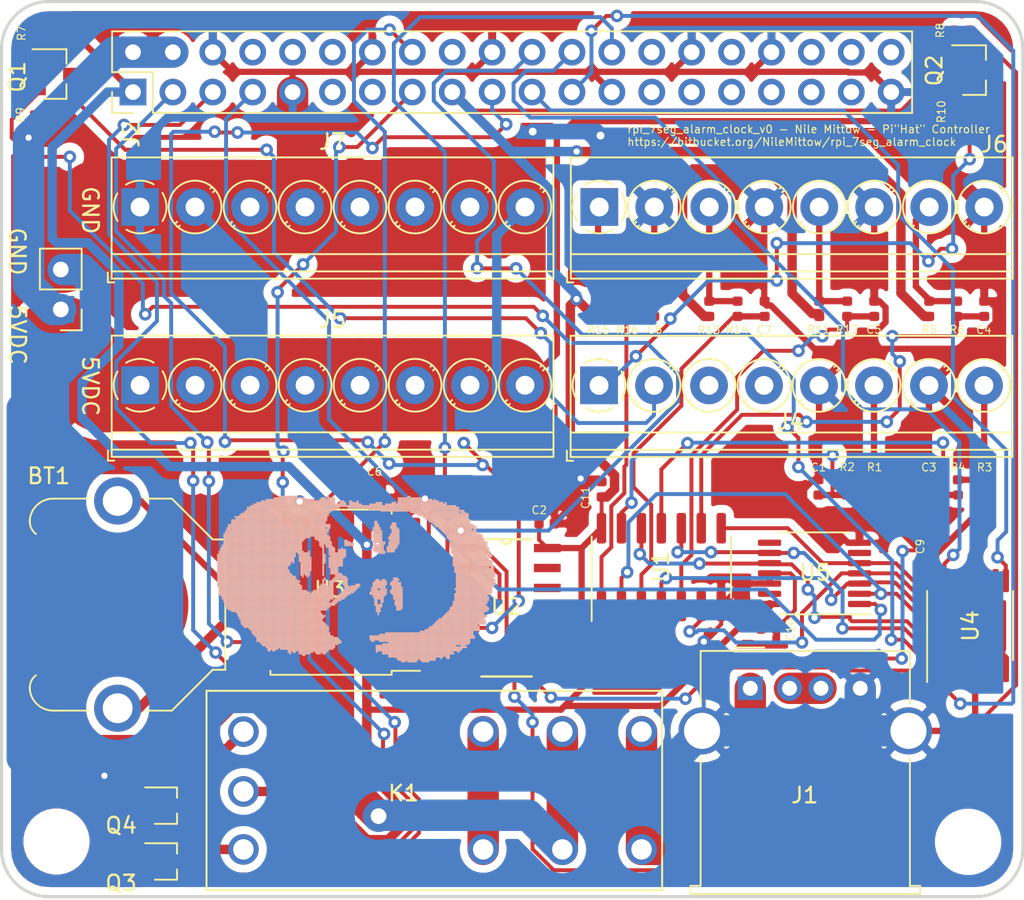
<source format=kicad_pcb>
(kicad_pcb (version 20171130) (host pcbnew 5.1.6-1.fc31)
  (layers (0 F.Cu mixed) (31 B.Cu mixed) (34 B.Paste user) (35 F.Paste user) (36 B.SilkS user) (37 F.SilkS user) (38 B.Mask user) (39 F.Mask user) (44 Edge.Cuts user))
  (net 0 "")
  (net 1 "Net-(BT1-Pad1)")
  (net 2 SW0_B)
  (net 3 "Net-(C1-Pad1)")
  (net 4 +3V3)
  (net 5 "Net-(C3-Pad1)")
  (net 6 "Net-(C4-Pad1)")
  (net 7 "Net-(C5-Pad1)")
  (net 8 "Net-(C7-Pad1)")
  (net 9 "Net-(C8-Pad1)")
  (net 10 "Net-(J1-Pad1)")
  (net 11 "Net-(J1-Pad2)")
  (net 12 GPIO21)
  (net 13 GPIO20)
  (net 14 GPIO26)
  (net 15 GPIO16)
  (net 16 GPIO19)
  (net 17 GPIO13)
  (net 18 GPIO12)
  (net 19 GPIO6)
  (net 20 GPIO5)
  (net 21 GPIO1)
  (net 22 GPIO0)
  (net 23 GPIO7)
  (net 24 GPIO8)
  (net 25 GPIO11)
  (net 26 BTNS_SHLD)
  (net 27 BTNS_SER)
  (net 28 DISP_SER)
  (net 29 GPIO24)
  (net 30 GPIO23)
  (net 31 GPIO22)
  (net 32 GPIO27)
  (net 33 GPIO18)
  (net 34 GPIO17)
  (net 35 GPIO15)
  (net 36 GPIO14)
  (net 37 BTN_INT)
  (net 38 GPIO3)
  (net 39 +5V)
  (net 40 GPIO2)
  (net 41 DISP_CLK_OUT)
  (net 42 DISP_SER_OUT)
  (net 43 "Net-(J4-Pad3)")
  (net 44 "Net-(J4-Pad4)")
  (net 45 SW5_A)
  (net 46 SW4_A)
  (net 47 SW3_A)
  (net 48 SW2_A)
  (net 49 SW1_A)
  (net 50 SW0_A)
  (net 51 "Net-(K1-Pad12)")
  (net 52 "Net-(K1-PadA2)")
  (net 53 "Net-(K1-PadA1)")
  (net 54 "Net-(Q1-Pad2)")
  (net 55 "Net-(Q2-Pad2)")
  (net 56 "Net-(U1-Pad2)")
  (net 57 "Net-(U1-Pad4)")
  (net 58 "Net-(U1-Pad6)")
  (net 59 "Net-(U1-Pad8)")
  (net 60 "Net-(U1-Pad10)")
  (net 61 "Net-(U1-Pad12)")
  (net 62 "Net-(U2-Pad8)")
  (net 63 "Net-(U2-Pad9)")
  (net 64 "Net-(U2-Pad10)")
  (net 65 "Net-(U2-Pad11)")
  (net 66 "Net-(U2-Pad12)")
  (net 67 "Net-(U2-Pad13)")
  (net 68 "Net-(U3-Pad1)")
  (net 69 "Net-(U3-Pad3)")
  (net 70 "Net-(U4-Pad7)")
  (net 71 "Net-(U5-Pad13)")
  (module NileLogos:nilesface_small (layer B.Cu) (at 112.68 98.31 90)
    (fp_text reference nilesface hide)
    (fp_text value "" (at 0 0 90) (layer F.SilkS) (effects (font (size 1.27 1.27))))
  )
  (module MountingHole:MountingHole_3.2mm_M3_ISO7380 (layer F.Cu) (at 84.75 109.725)
    (fp_text reference REF** hide)
    (fp_text value MountingHole_3.2mm_M3_ISO7380)
    (pad 1 np_thru_hole circle (at 0 0) (size 3.2 3.2) (drill 3.2) (layers *.Cu *.Mask))
  )
  (module MountingHole:MountingHole_3.2mm_M3_ISO7380 (layer F.Cu) (at 142.775 109.75)
    (fp_text reference REF** hide)
    (fp_text value MountingHole_3.2mm_M3_ISO7380)
    (pad 1 np_thru_hole circle (at 0 0) (size 3.2 3.2) (drill 3.2) (layers *.Cu *.Mask))
  )
  (module NIlesCustom:TerminalBlock_Phoenix_PT-1,5-8-3.5-H_1x08_P3.50mm_Horizontal_wMaleEndSpacing (layer F.Cu) (at 90.07 69.32)
    (fp_text reference J7 (at 12.25 -4.16) (layer F.SilkS))
    (fp_text value GND_BANK)
    (pad 1 thru_hole rect (at 0 0) (size 2.4 2.4) (drill 1.2) (layers *.Cu *.Mask) (net 2 SW0_B))
    (pad 2 thru_hole circle (at 3.5 0) (size 2.4 2.4) (drill 1.2) (layers *.Cu *.Mask) (net 2 SW0_B))
    (pad 3 thru_hole circle (at 7 0) (size 2.4 2.4) (drill 1.2) (layers *.Cu *.Mask) (net 2 SW0_B))
    (pad 4 thru_hole circle (at 10.5 0) (size 2.4 2.4) (drill 1.2) (layers *.Cu *.Mask) (net 2 SW0_B))
    (pad 5 thru_hole circle (at 14 0) (size 2.4 2.4) (drill 1.2) (layers *.Cu *.Mask) (net 2 SW0_B))
    (pad 6 thru_hole circle (at 17.5 0) (size 2.4 2.4) (drill 1.2) (layers *.Cu *.Mask) (net 2 SW0_B))
    (pad 7 thru_hole circle (at 21 0) (size 2.4 2.4) (drill 1.2) (layers *.Cu *.Mask) (net 2 SW0_B))
    (pad 8 thru_hole circle (at 24.5 0) (size 2.4 2.4) (drill 1.2) (layers *.Cu *.Mask) (net 2 SW0_B))
  )
  (module Capacitor_SMD:C_0402_1005Metric (layer F.Cu) (at 133.25 87.175 90)
    (fp_text reference C1 (at 1.275 0 180) (layer F.SilkS) (effects (font (size 0.5 0.5) (thickness 0.07))))
    (fp_text value 0.1uF)
    (pad 2 smd roundrect (at 0.485 0 90) (size 0.59 0.64) (layers F.Cu F.Paste F.Mask) (net 2 SW0_B))
    (pad 1 smd roundrect (at -0.485 0 90) (size 0.59 0.64) (layers F.Cu F.Paste F.Mask) (net 3 "Net-(C1-Pad1)"))
  )
  (module Capacitor_SMD:C_0402_1005Metric (layer F.Cu) (at 115.95 89.475)
    (fp_text reference C2 (at -0.475 -0.85) (layer F.SilkS) (effects (font (size 0.5 0.5) (thickness 0.07))))
    (fp_text value 0.1uF)
    (pad 2 smd roundrect (at 0.485 0) (size 0.59 0.64) (layers F.Cu F.Paste F.Mask) (net 2 SW0_B))
    (pad 1 smd roundrect (at -0.485 0) (size 0.59 0.64) (layers F.Cu F.Paste F.Mask) (net 4 +3V3))
  )
  (module Capacitor_SMD:C_0402_1005Metric (layer F.Cu) (at 140.3 87.175 90)
    (fp_text reference C3 (at 1.275 -0.025 180) (layer F.SilkS) (effects (font (size 0.5 0.5) (thickness 0.07))))
    (fp_text value 0.1uF)
    (pad 2 smd roundrect (at 0.485 0 90) (size 0.59 0.64) (layers F.Cu F.Paste F.Mask) (net 2 SW0_B))
    (pad 1 smd roundrect (at -0.485 0 90) (size 0.59 0.64) (layers F.Cu F.Paste F.Mask) (net 5 "Net-(C3-Pad1)"))
  )
  (module Capacitor_SMD:C_0402_1005Metric (layer F.Cu) (at 143.8 75.8 90)
    (fp_text reference C4 (at -1.34 -0.025 180) (layer F.SilkS) (effects (font (size 0.5 0.5) (thickness 0.07))))
    (fp_text value 0.1uF)
    (pad 2 smd roundrect (at 0.485 0 90) (size 0.59 0.64) (layers F.Cu F.Paste F.Mask) (net 2 SW0_B))
    (pad 1 smd roundrect (at -0.485 0 90) (size 0.59 0.64) (layers F.Cu F.Paste F.Mask) (net 6 "Net-(C4-Pad1)"))
  )
  (module Capacitor_SMD:C_0402_1005Metric (layer F.Cu) (at 136.8 75.8 90)
    (fp_text reference C5 (at -1.325 -0.025 180) (layer F.SilkS) (effects (font (size 0.5 0.5) (thickness 0.07))))
    (fp_text value 0.1uF)
    (pad 2 smd roundrect (at 0.485 0 90) (size 0.59 0.64) (layers F.Cu F.Paste F.Mask) (net 2 SW0_B))
    (pad 1 smd roundrect (at -0.485 0 90) (size 0.59 0.64) (layers F.Cu F.Paste F.Mask) (net 7 "Net-(C5-Pad1)"))
  )
  (module Capacitor_SMD:C_0402_1005Metric (layer F.Cu) (at 104.99 87.825)
    (fp_text reference C6 (at 0 -1.65) (layer F.SilkS) (effects (font (size 0.5 0.5) (thickness 0.07))))
    (fp_text value 0.1uF)
    (pad 2 smd roundrect (at 0.485 0) (size 0.59 0.64) (layers F.Cu F.Paste F.Mask) (net 2 SW0_B))
    (pad 1 smd roundrect (at -0.485 0) (size 0.59 0.64) (layers F.Cu F.Paste F.Mask) (net 4 +3V3))
  )
  (module Capacitor_SMD:C_0402_1005Metric (layer F.Cu) (at 129.825 75.8 90)
    (fp_text reference C7 (at -1.35 -0.025 180) (layer F.SilkS) (effects (font (size 0.5 0.5) (thickness 0.07))))
    (fp_text value 0.1uF)
    (pad 2 smd roundrect (at 0.485 0 90) (size 0.59 0.64) (layers F.Cu F.Paste F.Mask) (net 2 SW0_B))
    (pad 1 smd roundrect (at -0.485 0 90) (size 0.59 0.64) (layers F.Cu F.Paste F.Mask) (net 8 "Net-(C7-Pad1)"))
  )
  (module Capacitor_SMD:C_0402_1005Metric (layer F.Cu) (at 122.8 75.8 90)
    (fp_text reference C8 (at -1.325 0.025 180) (layer F.SilkS) (effects (font (size 0.5 0.5) (thickness 0.07))))
    (fp_text value 0.1uF)
    (pad 2 smd roundrect (at 0.485 0 90) (size 0.59 0.64) (layers F.Cu F.Paste F.Mask) (net 2 SW0_B))
    (pad 1 smd roundrect (at -0.485 0 90) (size 0.59 0.64) (layers F.Cu F.Paste F.Mask) (net 9 "Net-(C8-Pad1)"))
  )
  (module Capacitor_SMD:C_0402_1005Metric (layer F.Cu) (at 140.625 90.94 270)
    (fp_text reference C9 (at 0 0.9 90) (layer F.SilkS) (effects (font (size 0.5 0.5) (thickness 0.07))))
    (fp_text value 0.1uF)
    (pad 2 smd roundrect (at 0.485 0 270) (size 0.59 0.64) (layers F.Cu F.Paste F.Mask) (net 4 +3V3))
    (pad 1 smd roundrect (at -0.485 0 270) (size 0.59 0.64) (layers F.Cu F.Paste F.Mask) (net 2 SW0_B))
  )
  (module Capacitor_SMD:C_0402_1005Metric (layer F.Cu) (at 130.075 96.175)
    (fp_text reference C10 (at 1.4 0.05 90) (layer F.SilkS) (effects (font (size 0.5 0.5) (thickness 0.07))))
    (fp_text value 0.1uF)
    (pad 2 smd roundrect (at 0.485 0) (size 0.59 0.64) (layers F.Cu F.Paste F.Mask) (net 2 SW0_B))
    (pad 1 smd roundrect (at -0.485 0) (size 0.59 0.64) (layers F.Cu F.Paste F.Mask) (net 4 +3V3))
  )
  (module Capacitor_SMD:C_0402_1005Metric (layer F.Cu) (at 119.45 87.3 270)
    (fp_text reference C11 (at 0.525 1.025 90) (layer F.SilkS) (effects (font (size 0.5 0.5) (thickness 0.07))))
    (fp_text value 0.1uF)
    (pad 2 smd roundrect (at 0.485 0 270) (size 0.59 0.64) (layers F.Cu F.Paste F.Mask) (net 4 +3V3))
    (pad 1 smd roundrect (at -0.485 0 270) (size 0.59 0.64) (layers F.Cu F.Paste F.Mask) (net 2 SW0_B))
  )
  (module Resistor_SMD:R_0402_1005Metric (layer F.Cu) (at 136.8 87.175 90)
    (fp_text reference R1 (at 1.285 0.025 180) (layer F.SilkS) (effects (font (size 0.5 0.5) (thickness 0.07))))
    (fp_text value 10K)
    (pad 2 smd roundrect (at 0.485 0 90) (size 0.59 0.64) (layers F.Cu F.Paste F.Mask) (net 45 SW5_A))
    (pad 1 smd roundrect (at -0.485 0 90) (size 0.59 0.64) (layers F.Cu F.Paste F.Mask) (net 4 +3V3))
  )
  (module Resistor_SMD:R_0402_1005Metric (layer F.Cu) (at 135.05 87.175 90)
    (fp_text reference R2 (at 1.3 0.025 180) (layer F.SilkS) (effects (font (size 0.5 0.5) (thickness 0.07))))
    (fp_text value 10K)
    (pad 2 smd roundrect (at 0.485 0 90) (size 0.59 0.64) (layers F.Cu F.Paste F.Mask) (net 45 SW5_A))
    (pad 1 smd roundrect (at -0.485 0 90) (size 0.59 0.64) (layers F.Cu F.Paste F.Mask) (net 3 "Net-(C1-Pad1)"))
  )
  (module Resistor_SMD:R_0402_1005Metric (layer F.Cu) (at 143.8 87.175 90)
    (fp_text reference R3 (at 1.275 0.025 180) (layer F.SilkS) (effects (font (size 0.5 0.5) (thickness 0.07))))
    (fp_text value 10K)
    (pad 2 smd roundrect (at 0.485 0 90) (size 0.59 0.64) (layers F.Cu F.Paste F.Mask) (net 46 SW4_A))
    (pad 1 smd roundrect (at -0.485 0 90) (size 0.59 0.64) (layers F.Cu F.Paste F.Mask) (net 4 +3V3))
  )
  (module Resistor_SMD:R_0402_1005Metric (layer F.Cu) (at 142.125 87.175 90)
    (fp_text reference R4 (at 1.29 0 180) (layer F.SilkS) (effects (font (size 0.5 0.5) (thickness 0.07))))
    (fp_text value 10K)
    (pad 2 smd roundrect (at 0.485 0 90) (size 0.59 0.64) (layers F.Cu F.Paste F.Mask) (net 46 SW4_A))
    (pad 1 smd roundrect (at -0.485 0 90) (size 0.59 0.64) (layers F.Cu F.Paste F.Mask) (net 5 "Net-(C3-Pad1)"))
  )
  (module Resistor_SMD:R_0402_1005Metric (layer F.Cu) (at 140.3 75.8 90)
    (fp_text reference R5 (at -1.325 0 180) (layer F.SilkS) (effects (font (size 0.5 0.5) (thickness 0.07))))
    (fp_text value 10K)
    (pad 2 smd roundrect (at 0.485 0 90) (size 0.59 0.64) (layers F.Cu F.Paste F.Mask) (net 47 SW3_A))
    (pad 1 smd roundrect (at -0.485 0 90) (size 0.59 0.64) (layers F.Cu F.Paste F.Mask) (net 4 +3V3))
  )
  (module Resistor_SMD:R_0402_1005Metric (layer F.Cu) (at 142.075 75.8 90)
    (fp_text reference R6 (at -1.325 0 180) (layer F.SilkS) (effects (font (size 0.5 0.5) (thickness 0.07))))
    (fp_text value 10K)
    (pad 2 smd roundrect (at 0.485 0 90) (size 0.59 0.64) (layers F.Cu F.Paste F.Mask) (net 47 SW3_A))
    (pad 1 smd roundrect (at -0.485 0 90) (size 0.59 0.64) (layers F.Cu F.Paste F.Mask) (net 6 "Net-(C4-Pad1)"))
  )
  (module Resistor_SMD:R_0402_1005Metric (layer F.Cu) (at 83.875 58.275)
    (fp_text reference R7 (at -1.35 -0.025 90) (layer F.SilkS) (effects (font (size 0.5 0.5) (thickness 0.07))))
    (fp_text value 10K)
    (pad 2 smd roundrect (at 0.485 0) (size 0.59 0.64) (layers F.Cu F.Paste F.Mask) (net 54 "Net-(Q1-Pad2)"))
    (pad 1 smd roundrect (at -0.485 0) (size 0.59 0.64) (layers F.Cu F.Paste F.Mask) (net 4 +3V3))
  )
  (module Resistor_SMD:R_0402_1005Metric (layer F.Cu) (at 142.385 58.075)
    (fp_text reference R8 (at -1.385 0 90) (layer F.SilkS) (effects (font (size 0.5 0.5) (thickness 0.07))))
    (fp_text value 10K)
    (pad 2 smd roundrect (at 0.485 0) (size 0.59 0.64) (layers F.Cu F.Paste F.Mask) (net 55 "Net-(Q2-Pad2)"))
    (pad 1 smd roundrect (at -0.485 0) (size 0.59 0.64) (layers F.Cu F.Paste F.Mask) (net 4 +3V3))
  )
  (module Resistor_SMD:R_0402_1005Metric (layer F.Cu) (at 83.84 63.475)
    (fp_text reference R9 (at -1.39 -0.025 90) (layer F.SilkS) (effects (font (size 0.5 0.5) (thickness 0.07))))
    (fp_text value 10K)
    (pad 2 smd roundrect (at 0.485 0) (size 0.59 0.64) (layers F.Cu F.Paste F.Mask) (net 42 DISP_SER_OUT))
    (pad 1 smd roundrect (at -0.485 0) (size 0.59 0.64) (layers F.Cu F.Paste F.Mask) (net 39 +5V))
  )
  (module Resistor_SMD:R_0402_1005Metric (layer F.Cu) (at 142.385 63.1)
    (fp_text reference R10 (at -1.315 0.15 90) (layer F.SilkS) (effects (font (size 0.5 0.5) (thickness 0.07))))
    (fp_text value 10K)
    (pad 2 smd roundrect (at 0.485 0) (size 0.59 0.64) (layers F.Cu F.Paste F.Mask) (net 41 DISP_CLK_OUT))
    (pad 1 smd roundrect (at -0.485 0) (size 0.59 0.64) (layers F.Cu F.Paste F.Mask) (net 39 +5V))
  )
  (module Resistor_SMD:R_0402_1005Metric (layer F.Cu) (at 133.3 75.8 90)
    (fp_text reference R11 (at -1.31 -0.025 180) (layer F.SilkS) (effects (font (size 0.5 0.5) (thickness 0.07))))
    (fp_text value 10K)
    (pad 2 smd roundrect (at 0.485 0 90) (size 0.59 0.64) (layers F.Cu F.Paste F.Mask) (net 48 SW2_A))
    (pad 1 smd roundrect (at -0.485 0 90) (size 0.59 0.64) (layers F.Cu F.Paste F.Mask) (net 4 +3V3))
  )
  (module Resistor_SMD:R_0402_1005Metric (layer F.Cu) (at 135.075 75.8 90)
    (fp_text reference R12 (at -1.315 0 180) (layer F.SilkS) (effects (font (size 0.5 0.5) (thickness 0.07))))
    (fp_text value 10K)
    (pad 2 smd roundrect (at 0.485 0 90) (size 0.59 0.64) (layers F.Cu F.Paste F.Mask) (net 48 SW2_A))
    (pad 1 smd roundrect (at -0.485 0 90) (size 0.59 0.64) (layers F.Cu F.Paste F.Mask) (net 7 "Net-(C5-Pad1)"))
  )
  (module Resistor_SMD:R_0402_1005Metric (layer F.Cu) (at 126.3 75.8 90)
    (fp_text reference R13 (at -1.35 -0.025 180) (layer F.SilkS) (effects (font (size 0.5 0.5) (thickness 0.07))))
    (fp_text value 10K)
    (pad 2 smd roundrect (at 0.485 0 90) (size 0.59 0.64) (layers F.Cu F.Paste F.Mask) (net 49 SW1_A))
    (pad 1 smd roundrect (at -0.485 0 90) (size 0.59 0.64) (layers F.Cu F.Paste F.Mask) (net 4 +3V3))
  )
  (module Resistor_SMD:R_0402_1005Metric (layer F.Cu) (at 128.1 75.8 90)
    (fp_text reference R14 (at -1.325 -0.025 180) (layer F.SilkS) (effects (font (size 0.5 0.5) (thickness 0.07))))
    (fp_text value 10K)
    (pad 2 smd roundrect (at 0.485 0 90) (size 0.59 0.64) (layers F.Cu F.Paste F.Mask) (net 49 SW1_A))
    (pad 1 smd roundrect (at -0.485 0 90) (size 0.59 0.64) (layers F.Cu F.Paste F.Mask) (net 8 "Net-(C7-Pad1)"))
  )
  (module Resistor_SMD:R_0402_1005Metric (layer F.Cu) (at 119.225 75.8 90)
    (fp_text reference R15 (at -1.35 0.025 180) (layer F.SilkS) (effects (font (size 0.5 0.5) (thickness 0.07))))
    (fp_text value 10K)
    (pad 2 smd roundrect (at 0.485 0 90) (size 0.59 0.64) (layers F.Cu F.Paste F.Mask) (net 50 SW0_A))
    (pad 1 smd roundrect (at -0.485 0 90) (size 0.59 0.64) (layers F.Cu F.Paste F.Mask) (net 4 +3V3))
  )
  (module Resistor_SMD:R_0402_1005Metric (layer F.Cu) (at 121.025 75.8 90)
    (fp_text reference R16 (at -1.35 0.05 180) (layer F.SilkS) (effects (font (size 0.5 0.5) (thickness 0.07))))
    (fp_text value 10K)
    (pad 2 smd roundrect (at 0.485 0 90) (size 0.59 0.64) (layers F.Cu F.Paste F.Mask) (net 50 SW0_A))
    (pad 1 smd roundrect (at -0.485 0 90) (size 0.59 0.64) (layers F.Cu F.Paste F.Mask) (net 9 "Net-(C8-Pad1)"))
  )
  (module NIlesCustom:TerminalBlock_Phoenix_PT-1,5-8-3.5-H_1x08_P3.50mm_Horizontal_wMaleEndSpacing (layer F.Cu) (at 119.285 80.68)
    (fp_text reference J4 (at 12.19 2.32) (layer F.SilkS))
    (fp_text value BTN_BANK_1)
    (pad 1 thru_hole rect (at 0 0) (size 2.4 2.4) (drill 1.2) (layers *.Cu *.Mask) (net 41 DISP_CLK_OUT))
    (pad 2 thru_hole circle (at 3.5 0) (size 2.4 2.4) (drill 1.2) (layers *.Cu *.Mask) (net 42 DISP_SER_OUT))
    (pad 3 thru_hole circle (at 7 0) (size 2.4 2.4) (drill 1.2) (layers *.Cu *.Mask) (net 43 "Net-(J4-Pad3)"))
    (pad 4 thru_hole circle (at 10.5 0) (size 2.4 2.4) (drill 1.2) (layers *.Cu *.Mask) (net 44 "Net-(J4-Pad4)"))
    (pad 5 thru_hole circle (at 14 0) (size 2.4 2.4) (drill 1.2) (layers *.Cu *.Mask) (net 2 SW0_B))
    (pad 6 thru_hole circle (at 17.5 0) (size 2.4 2.4) (drill 1.2) (layers *.Cu *.Mask) (net 45 SW5_A))
    (pad 7 thru_hole circle (at 21 0) (size 2.4 2.4) (drill 1.2) (layers *.Cu *.Mask) (net 2 SW0_B))
    (pad 8 thru_hole circle (at 24.5 0) (size 2.4 2.4) (drill 1.2) (layers *.Cu *.Mask) (net 46 SW4_A))
  )
  (module NIlesCustom:TerminalBlock_Phoenix_PT-1,5-8-3.5-H_1x08_P3.50mm_Horizontal_wMaleEndSpacing (layer F.Cu) (at 90.075 80.67)
    (fp_text reference J5 (at 12.25 -4.16) (layer F.SilkS))
    (fp_text value 5VDC_BANK)
    (pad 1 thru_hole rect (at 0 0) (size 2.4 2.4) (drill 1.2) (layers *.Cu *.Mask) (net 39 +5V))
    (pad 2 thru_hole circle (at 3.5 0) (size 2.4 2.4) (drill 1.2) (layers *.Cu *.Mask) (net 39 +5V))
    (pad 3 thru_hole circle (at 7 0) (size 2.4 2.4) (drill 1.2) (layers *.Cu *.Mask) (net 39 +5V))
    (pad 4 thru_hole circle (at 10.5 0) (size 2.4 2.4) (drill 1.2) (layers *.Cu *.Mask) (net 39 +5V))
    (pad 5 thru_hole circle (at 14 0) (size 2.4 2.4) (drill 1.2) (layers *.Cu *.Mask) (net 39 +5V))
    (pad 6 thru_hole circle (at 17.5 0) (size 2.4 2.4) (drill 1.2) (layers *.Cu *.Mask) (net 39 +5V))
    (pad 7 thru_hole circle (at 21 0) (size 2.4 2.4) (drill 1.2) (layers *.Cu *.Mask) (net 39 +5V))
    (pad 8 thru_hole circle (at 24.5 0) (size 2.4 2.4) (drill 1.2) (layers *.Cu *.Mask) (net 39 +5V))
  )
  (module NIlesCustom:TerminalBlock_Phoenix_PT-1,5-8-3.5-H_1x08_P3.50mm_Horizontal_wMaleEndSpacing (layer F.Cu) (at 119.3 69.32)
    (fp_text reference J6 (at 25.15 -3.99) (layer F.SilkS))
    (fp_text value BTN_BANK_0)
    (pad 1 thru_hole rect (at 0 0) (size 2.4 2.4) (drill 1.2) (layers *.Cu *.Mask) (net 50 SW0_A))
    (pad 2 thru_hole circle (at 3.5 0) (size 2.4 2.4) (drill 1.2) (layers *.Cu *.Mask) (net 2 SW0_B))
    (pad 3 thru_hole circle (at 7 0) (size 2.4 2.4) (drill 1.2) (layers *.Cu *.Mask) (net 49 SW1_A))
    (pad 4 thru_hole circle (at 10.5 0) (size 2.4 2.4) (drill 1.2) (layers *.Cu *.Mask) (net 2 SW0_B))
    (pad 5 thru_hole circle (at 14 0) (size 2.4 2.4) (drill 1.2) (layers *.Cu *.Mask) (net 48 SW2_A))
    (pad 6 thru_hole circle (at 17.5 0) (size 2.4 2.4) (drill 1.2) (layers *.Cu *.Mask) (net 2 SW0_B))
    (pad 7 thru_hole circle (at 21 0) (size 2.4 2.4) (drill 1.2) (layers *.Cu *.Mask) (net 47 SW3_A))
    (pad 8 thru_hole circle (at 24.5 0) (size 2.4 2.4) (drill 1.2) (layers *.Cu *.Mask) (net 2 SW0_B))
  )
  (module Battery:BatteryHolder_Keystone_3001_1x12mm (layer F.Cu) (at 88.646 94.64 270)
    (fp_text reference BT1 (at -8.19 4.39 180) (layer F.SilkS))
    (fp_text value CR1220)
    (pad 1 thru_hole circle (at -6.6 0 270) (size 3 3) (drill 1.9) (layers *.Cu *.Mask) (net 1 "Net-(BT1-Pad1)"))
    (pad 1 thru_hole circle (at 6.6 0 270) (size 3 3) (drill 1.9) (layers *.Cu *.Mask) (net 1 "Net-(BT1-Pad1)"))
    (pad 2 smd circle (at 0 0 270) (size 9 9) (layers F.Cu F.Mask) (net 2 SW0_B))
  )
  (module Connector_USB:USB_A_Molex_67643_Horizontal (layer F.Cu) (at 128.91 99.97)
    (fp_text reference J1 (at 3.465 6.805) (layer F.SilkS))
    (fp_text value USB_A)
    (pad 5 thru_hole circle (at -3.07 2.71) (size 3 3) (drill 2.3) (layers *.Cu *.Mask) (net 2 SW0_B))
    (pad 5 thru_hole circle (at 10.07 2.71) (size 3 3) (drill 2.3) (layers *.Cu *.Mask) (net 2 SW0_B))
    (pad 1 thru_hole rect (at 0 0) (size 1.6 1.5) (drill 0.95) (layers *.Cu *.Mask) (net 10 "Net-(J1-Pad1)"))
    (pad 2 thru_hole circle (at 2.5 0) (size 1.6 1.6) (drill 0.95) (layers *.Cu *.Mask) (net 11 "Net-(J1-Pad2)"))
    (pad 3 thru_hole circle (at 4.5 0) (size 1.6 1.6) (drill 0.95) (layers *.Cu *.Mask) (net 11 "Net-(J1-Pad2)"))
    (pad 4 thru_hole circle (at 7 0) (size 1.6 1.6) (drill 0.95) (layers *.Cu *.Mask) (net 2 SW0_B))
  )
  (module Connector_PinHeader_2.54mm:PinHeader_2x20_P2.54mm_Vertical (layer F.Cu) (at 89.62 62 90)
    (fp_text reference J2 (at -2.68 -0.1 90) (layer F.SilkS))
    (fp_text value Raspberry_Pi_2_3)
    (pad 40 thru_hole oval (at 2.54 48.26 90) (size 1.7 1.7) (drill 1) (layers *.Cu *.Mask) (net 12 GPIO21))
    (pad 39 thru_hole oval (at 0 48.26 90) (size 1.7 1.7) (drill 1) (layers *.Cu *.Mask) (net 2 SW0_B))
    (pad 38 thru_hole oval (at 2.54 45.72 90) (size 1.7 1.7) (drill 1) (layers *.Cu *.Mask) (net 13 GPIO20))
    (pad 37 thru_hole oval (at 0 45.72 90) (size 1.7 1.7) (drill 1) (layers *.Cu *.Mask) (net 14 GPIO26))
    (pad 36 thru_hole oval (at 2.54 43.18 90) (size 1.7 1.7) (drill 1) (layers *.Cu *.Mask) (net 15 GPIO16))
    (pad 35 thru_hole oval (at 0 43.18 90) (size 1.7 1.7) (drill 1) (layers *.Cu *.Mask) (net 16 GPIO19))
    (pad 34 thru_hole oval (at 2.54 40.64 90) (size 1.7 1.7) (drill 1) (layers *.Cu *.Mask) (net 2 SW0_B))
    (pad 33 thru_hole oval (at 0 40.64 90) (size 1.7 1.7) (drill 1) (layers *.Cu *.Mask) (net 17 GPIO13))
    (pad 32 thru_hole oval (at 2.54 38.1 90) (size 1.7 1.7) (drill 1) (layers *.Cu *.Mask) (net 18 GPIO12))
    (pad 31 thru_hole oval (at 0 38.1 90) (size 1.7 1.7) (drill 1) (layers *.Cu *.Mask) (net 19 GPIO6))
    (pad 30 thru_hole oval (at 2.54 35.56 90) (size 1.7 1.7) (drill 1) (layers *.Cu *.Mask) (net 2 SW0_B))
    (pad 29 thru_hole oval (at 0 35.56 90) (size 1.7 1.7) (drill 1) (layers *.Cu *.Mask) (net 20 GPIO5))
    (pad 28 thru_hole oval (at 2.54 33.02 90) (size 1.7 1.7) (drill 1) (layers *.Cu *.Mask) (net 21 GPIO1))
    (pad 27 thru_hole oval (at 0 33.02 90) (size 1.7 1.7) (drill 1) (layers *.Cu *.Mask) (net 22 GPIO0))
    (pad 26 thru_hole oval (at 2.54 30.48 90) (size 1.7 1.7) (drill 1) (layers *.Cu *.Mask) (net 23 GPIO7))
    (pad 25 thru_hole oval (at 0 30.48 90) (size 1.7 1.7) (drill 1) (layers *.Cu *.Mask) (net 2 SW0_B))
    (pad 24 thru_hole oval (at 2.54 27.94 90) (size 1.7 1.7) (drill 1) (layers *.Cu *.Mask) (net 24 GPIO8))
    (pad 23 thru_hole oval (at 0 27.94 90) (size 1.7 1.7) (drill 1) (layers *.Cu *.Mask) (net 25 GPIO11))
    (pad 22 thru_hole oval (at 2.54 25.4 90) (size 1.7 1.7) (drill 1) (layers *.Cu *.Mask) (net 26 BTNS_SHLD))
    (pad 21 thru_hole oval (at 0 25.4 90) (size 1.7 1.7) (drill 1) (layers *.Cu *.Mask) (net 27 BTNS_SER))
    (pad 20 thru_hole oval (at 2.54 22.86 90) (size 1.7 1.7) (drill 1) (layers *.Cu *.Mask) (net 2 SW0_B))
    (pad 19 thru_hole oval (at 0 22.86 90) (size 1.7 1.7) (drill 1) (layers *.Cu *.Mask) (net 28 DISP_SER))
    (pad 18 thru_hole oval (at 2.54 20.32 90) (size 1.7 1.7) (drill 1) (layers *.Cu *.Mask) (net 29 GPIO24))
    (pad 17 thru_hole oval (at 0 20.32 90) (size 1.7 1.7) (drill 1) (layers *.Cu *.Mask) (net 4 +3V3))
    (pad 16 thru_hole oval (at 2.54 17.78 90) (size 1.7 1.7) (drill 1) (layers *.Cu *.Mask) (net 30 GPIO23))
    (pad 15 thru_hole oval (at 0 17.78 90) (size 1.7 1.7) (drill 1) (layers *.Cu *.Mask) (net 31 GPIO22))
    (pad 14 thru_hole oval (at 2.54 15.24 90) (size 1.7 1.7) (drill 1) (layers *.Cu *.Mask) (net 2 SW0_B))
    (pad 13 thru_hole oval (at 0 15.24 90) (size 1.7 1.7) (drill 1) (layers *.Cu *.Mask) (net 32 GPIO27))
    (pad 12 thru_hole oval (at 2.54 12.7 90) (size 1.7 1.7) (drill 1) (layers *.Cu *.Mask) (net 33 GPIO18))
    (pad 11 thru_hole oval (at 0 12.7 90) (size 1.7 1.7) (drill 1) (layers *.Cu *.Mask) (net 34 GPIO17))
    (pad 10 thru_hole oval (at 2.54 10.16 90) (size 1.7 1.7) (drill 1) (layers *.Cu *.Mask) (net 35 GPIO15))
    (pad 9 thru_hole oval (at 0 10.16 90) (size 1.7 1.7) (drill 1) (layers *.Cu *.Mask) (net 2 SW0_B))
    (pad 8 thru_hole oval (at 2.54 7.62 90) (size 1.7 1.7) (drill 1) (layers *.Cu *.Mask) (net 36 GPIO14))
    (pad 7 thru_hole oval (at 0 7.62 90) (size 1.7 1.7) (drill 1) (layers *.Cu *.Mask) (net 37 BTN_INT))
    (pad 6 thru_hole oval (at 2.54 5.08 90) (size 1.7 1.7) (drill 1) (layers *.Cu *.Mask) (net 2 SW0_B))
    (pad 5 thru_hole oval (at 0 5.08 90) (size 1.7 1.7) (drill 1) (layers *.Cu *.Mask) (net 38 GPIO3))
    (pad 4 thru_hole oval (at 2.54 2.54 90) (size 1.7 1.7) (drill 1) (layers *.Cu *.Mask) (net 39 +5V))
    (pad 3 thru_hole oval (at 0 2.54 90) (size 1.7 1.7) (drill 1) (layers *.Cu *.Mask) (net 40 GPIO2))
    (pad 2 thru_hole oval (at 2.54 0 90) (size 1.7 1.7) (drill 1) (layers *.Cu *.Mask) (net 39 +5V))
    (pad 1 thru_hole rect (at 0 0 90) (size 1.7 1.7) (drill 1) (layers *.Cu *.Mask) (net 4 +3V3))
  )
  (module Connector_PinHeader_2.54mm:PinHeader_1x02_P2.54mm_Vertical (layer F.Cu) (at 85.025 75.84 180)
    (fp_text reference J3 hide)
    (fp_text value Barrel_Jack)
    (pad 1 thru_hole rect (at 0 0 180) (size 1.7 1.7) (drill 1) (layers *.Cu *.Mask) (net 39 +5V))
    (pad 2 thru_hole oval (at 0 2.54 180) (size 1.7 1.7) (drill 1) (layers *.Cu *.Mask) (net 2 SW0_B))
  )
  (module RELAY_RT314F03:RELAY_RT314F03 (layer F.Cu) (at 109.33 106.48)
    (fp_text reference K1 (at -2.49 0.17) (layer F.SilkS))
    (fp_text value RT314F03)
    (pad 12 thru_hole circle (at 2.58 3.75) (size 1.95 1.95) (drill 1.3) (layers *.Cu *.Mask) (net 51 "Net-(K1-Pad12)"))
    (pad 2 thru_hole circle (at 2.58 -3.75) (size 1.95 1.95) (drill 1.3) (layers *.Cu *.Mask) (net 51 "Net-(K1-Pad12)"))
    (pad 1 thru_hole circle (at 7.62 -3.75) (size 1.95 1.95) (drill 1.3) (layers *.Cu *.Mask) (net 39 +5V))
    (pad 11 thru_hole circle (at 7.62 3.75) (size 1.95 1.95) (drill 1.3) (layers *.Cu *.Mask) (net 39 +5V))
    (pad 14 thru_hole circle (at 12.66 3.75) (size 1.95 1.95) (drill 1.3) (layers *.Cu *.Mask) (net 10 "Net-(J1-Pad1)"))
    (pad 4 thru_hole circle (at 12.66 -3.75) (size 1.95 1.95) (drill 1.3) (layers *.Cu *.Mask) (net 10 "Net-(J1-Pad1)"))
    (pad A2 thru_hole circle (at -12.68 -3.75) (size 1.95 1.95) (drill 1.3) (layers *.Cu *.Mask) (net 52 "Net-(K1-PadA2)"))
    (pad A1 thru_hole circle (at -12.68 3.75) (size 1.95 1.95) (drill 1.3) (layers *.Cu *.Mask) (net 53 "Net-(K1-PadA1)"))
    (pad A3 thru_hole circle (at -12.68 0.06) (size 1.95 1.95) (drill 1.3) (layers *.Cu *.Mask) (net 4 +3V3))
  )
  (module Package_TO_SOT_SMD:SOT-23 (layer F.Cu) (at 84.625 60.85)
    (fp_text reference Q1 (at -2.375 0.175 90) (layer F.SilkS))
    (fp_text value BSS138)
    (pad 3 smd rect (at 1 0) (size 0.9 0.8) (layers F.Cu F.Paste F.Mask) (net 42 DISP_SER_OUT))
    (pad 2 smd rect (at -1 0.95) (size 0.9 0.8) (layers F.Cu F.Paste F.Mask) (net 54 "Net-(Q1-Pad2)"))
    (pad 1 smd rect (at -1 -0.95) (size 0.9 0.8) (layers F.Cu F.Paste F.Mask) (net 4 +3V3))
  )
  (module Package_TO_SOT_SMD:SOT-23 (layer F.Cu) (at 143.15 60.6)
    (fp_text reference Q2 (at -2.525 0.025 90) (layer F.SilkS))
    (fp_text value BSS138)
    (pad 1 smd rect (at -1 -0.95) (size 0.9 0.8) (layers F.Cu F.Paste F.Mask) (net 4 +3V3))
    (pad 2 smd rect (at -1 0.95) (size 0.9 0.8) (layers F.Cu F.Paste F.Mask) (net 55 "Net-(Q2-Pad2)"))
    (pad 3 smd rect (at 1 0) (size 0.9 0.8) (layers F.Cu F.Paste F.Mask) (net 41 DISP_CLK_OUT))
  )
  (module Package_TO_SOT_SMD:SOT-323_SC-70 (layer F.Cu) (at 91.694 110.998)
    (fp_text reference Q3 (at -2.829 1.385 180) (layer F.SilkS))
    (fp_text value 2SK3018)
    (pad 3 smd rect (at 1 0 270) (size 0.45 0.7) (layers F.Cu F.Paste F.Mask) (net 53 "Net-(K1-PadA1)"))
    (pad 2 smd rect (at -1 0.65 270) (size 0.45 0.7) (layers F.Cu F.Paste F.Mask) (net 2 SW0_B))
    (pad 1 smd rect (at -1 -0.65 270) (size 0.45 0.7) (layers F.Cu F.Paste F.Mask) (net 30 GPIO23))
  )
  (module Package_TO_SOT_SMD:SOT-323_SC-70 (layer F.Cu) (at 91.694 107.442)
    (fp_text reference Q4 (at -2.829 1.263) (layer F.SilkS))
    (fp_text value 2SK3018)
    (pad 1 smd rect (at -1 -0.65 270) (size 0.45 0.7) (layers F.Cu F.Paste F.Mask) (net 31 GPIO22))
    (pad 2 smd rect (at -1 0.65 270) (size 0.45 0.7) (layers F.Cu F.Paste F.Mask) (net 2 SW0_B))
    (pad 3 smd rect (at 1 0 270) (size 0.45 0.7) (layers F.Cu F.Paste F.Mask) (net 52 "Net-(K1-PadA2)"))
  )
  (module Package_SO:SOIC-14_3.9x8.7mm_P1.27mm (layer F.Cu) (at 123.25 92.25 90)
    (fp_text reference U1 (at 0.025 -0.025 270) (layer F.SilkS))
    (fp_text value 74HC14)
    (pad 1 smd roundrect (at -2.475 -3.81 90) (size 1.95 0.6) (layers F.Cu F.Paste F.Mask) (net 9 "Net-(C8-Pad1)"))
    (pad 2 smd roundrect (at -2.475 -2.54 90) (size 1.95 0.6) (layers F.Cu F.Paste F.Mask) (net 56 "Net-(U1-Pad2)"))
    (pad 3 smd roundrect (at -2.475 -1.27 90) (size 1.95 0.6) (layers F.Cu F.Paste F.Mask) (net 8 "Net-(C7-Pad1)"))
    (pad 4 smd roundrect (at -2.475 0 90) (size 1.95 0.6) (layers F.Cu F.Paste F.Mask) (net 57 "Net-(U1-Pad4)"))
    (pad 5 smd roundrect (at -2.475 1.27 90) (size 1.95 0.6) (layers F.Cu F.Paste F.Mask) (net 7 "Net-(C5-Pad1)"))
    (pad 6 smd roundrect (at -2.475 2.54 90) (size 1.95 0.6) (layers F.Cu F.Paste F.Mask) (net 58 "Net-(U1-Pad6)"))
    (pad 7 smd roundrect (at -2.475 3.81 90) (size 1.95 0.6) (layers F.Cu F.Paste F.Mask) (net 2 SW0_B))
    (pad 8 smd roundrect (at 2.475 3.81 90) (size 1.95 0.6) (layers F.Cu F.Paste F.Mask) (net 59 "Net-(U1-Pad8)"))
    (pad 9 smd roundrect (at 2.475 2.54 90) (size 1.95 0.6) (layers F.Cu F.Paste F.Mask) (net 6 "Net-(C4-Pad1)"))
    (pad 10 smd roundrect (at 2.475 1.27 90) (size 1.95 0.6) (layers F.Cu F.Paste F.Mask) (net 60 "Net-(U1-Pad10)"))
    (pad 11 smd roundrect (at 2.475 0 90) (size 1.95 0.6) (layers F.Cu F.Paste F.Mask) (net 5 "Net-(C3-Pad1)"))
    (pad 12 smd roundrect (at 2.475 -1.27 90) (size 1.95 0.6) (layers F.Cu F.Paste F.Mask) (net 61 "Net-(U1-Pad12)"))
    (pad 13 smd roundrect (at 2.475 -2.54 90) (size 1.95 0.6) (layers F.Cu F.Paste F.Mask) (net 3 "Net-(C1-Pad1)"))
    (pad 14 smd roundrect (at 2.475 -3.81 90) (size 1.95 0.6) (layers F.Cu F.Paste F.Mask) (net 4 +3V3))
  )
  (module SOIC127P600X175-14N:SOIC127P600X175-14N (layer F.Cu) (at 113.4 94.85)
    (fp_text reference U2 (at 0 -0.075) (layer F.SilkS))
    (fp_text value SN74HC08D)
    (pad 1 smd rect (at -2.5908 -3.81) (size 1.7018 0.5334) (layers F.Cu F.Paste F.Mask) (net 25 GPIO11))
    (pad 2 smd rect (at -2.5908 -2.54) (size 1.7018 0.5334) (layers F.Cu F.Paste F.Mask) (net 23 GPIO7))
    (pad 3 smd rect (at -2.5908 -1.27) (size 1.7018 0.5334) (layers F.Cu F.Paste F.Mask) (net 54 "Net-(Q1-Pad2)"))
    (pad 4 smd rect (at -2.5908 0) (size 1.7018 0.5334) (layers F.Cu F.Paste F.Mask) (net 23 GPIO7))
    (pad 5 smd rect (at -2.5908 1.27) (size 1.7018 0.5334) (layers F.Cu F.Paste F.Mask) (net 28 DISP_SER))
    (pad 6 smd rect (at -2.5908 2.54) (size 1.7018 0.5334) (layers F.Cu F.Paste F.Mask) (net 55 "Net-(Q2-Pad2)"))
    (pad 7 smd rect (at -2.5908 3.81) (size 1.7018 0.5334) (layers F.Cu F.Paste F.Mask) (net 2 SW0_B))
    (pad 8 smd rect (at 2.5908 3.81) (size 1.7018 0.5334) (layers F.Cu F.Paste F.Mask) (net 62 "Net-(U2-Pad8)"))
    (pad 9 smd rect (at 2.5908 2.54) (size 1.7018 0.5334) (layers F.Cu F.Paste F.Mask) (net 63 "Net-(U2-Pad9)"))
    (pad 10 smd rect (at 2.5908 1.27) (size 1.7018 0.5334) (layers F.Cu F.Paste F.Mask) (net 64 "Net-(U2-Pad10)"))
    (pad 11 smd rect (at 2.5908 0) (size 1.7018 0.5334) (layers F.Cu F.Paste F.Mask) (net 65 "Net-(U2-Pad11)"))
    (pad 12 smd rect (at 2.5908 -1.27) (size 1.7018 0.5334) (layers F.Cu F.Paste F.Mask) (net 66 "Net-(U2-Pad12)"))
    (pad 13 smd rect (at 2.5908 -2.54) (size 1.7018 0.5334) (layers F.Cu F.Paste F.Mask) (net 67 "Net-(U2-Pad13)"))
    (pad 14 smd rect (at 2.5908 -3.81) (size 1.7018 0.5334) (layers F.Cu F.Paste F.Mask) (net 4 +3V3))
  )
  (module Package_SO:SOIC-16W_7.5x10.3mm_P1.27mm (layer F.Cu) (at 102.225 93.85 180)
    (fp_text reference U3 (at 0.075 0.175) (layer F.SilkS))
    (fp_text value DS3231M)
    (pad 1 smd roundrect (at -4.65 -4.445 180) (size 2.05 0.6) (layers F.Cu F.Paste F.Mask) (net 68 "Net-(U3-Pad1)"))
    (pad 2 smd roundrect (at -4.65 -3.175 180) (size 2.05 0.6) (layers F.Cu F.Paste F.Mask) (net 4 +3V3))
    (pad 3 smd roundrect (at -4.65 -1.905 180) (size 2.05 0.6) (layers F.Cu F.Paste F.Mask) (net 69 "Net-(U3-Pad3)"))
    (pad 4 smd roundrect (at -4.65 -0.635 180) (size 2.05 0.6) (layers F.Cu F.Paste F.Mask) (net 4 +3V3))
    (pad 5 smd roundrect (at -4.65 0.635 180) (size 2.05 0.6) (layers F.Cu F.Paste F.Mask) (net 2 SW0_B))
    (pad 6 smd roundrect (at -4.65 1.905 180) (size 2.05 0.6) (layers F.Cu F.Paste F.Mask) (net 2 SW0_B))
    (pad 7 smd roundrect (at -4.65 3.175 180) (size 2.05 0.6) (layers F.Cu F.Paste F.Mask) (net 2 SW0_B))
    (pad 8 smd roundrect (at -4.65 4.445 180) (size 2.05 0.6) (layers F.Cu F.Paste F.Mask) (net 2 SW0_B))
    (pad 9 smd roundrect (at 4.65 4.445 180) (size 2.05 0.6) (layers F.Cu F.Paste F.Mask) (net 2 SW0_B))
    (pad 10 smd roundrect (at 4.65 3.175 180) (size 2.05 0.6) (layers F.Cu F.Paste F.Mask) (net 2 SW0_B))
    (pad 11 smd roundrect (at 4.65 1.905 180) (size 2.05 0.6) (layers F.Cu F.Paste F.Mask) (net 2 SW0_B))
    (pad 12 smd roundrect (at 4.65 0.635 180) (size 2.05 0.6) (layers F.Cu F.Paste F.Mask) (net 2 SW0_B))
    (pad 13 smd roundrect (at 4.65 -0.635 180) (size 2.05 0.6) (layers F.Cu F.Paste F.Mask) (net 2 SW0_B))
    (pad 14 smd roundrect (at 4.65 -1.905 180) (size 2.05 0.6) (layers F.Cu F.Paste F.Mask) (net 1 "Net-(BT1-Pad1)"))
    (pad 15 smd roundrect (at 4.65 -3.175 180) (size 2.05 0.6) (layers F.Cu F.Paste F.Mask) (net 40 GPIO2))
    (pad 16 smd roundrect (at 4.65 -4.445 180) (size 2.05 0.6) (layers F.Cu F.Paste F.Mask) (net 38 GPIO3))
  )
  (module Package_SO:TSSOP-16_4.4x5mm_P0.65mm (layer F.Cu) (at 142.9 95.975 90)
    (fp_text reference U4 (at -0.025 0.025 90) (layer F.SilkS))
    (fp_text value 74HC165)
    (pad 1 smd roundrect (at -2.8625 -2.275 90) (size 1.475 0.4) (layers F.Cu F.Paste F.Mask) (net 26 BTNS_SHLD))
    (pad 2 smd roundrect (at -2.8625 -1.625 90) (size 1.475 0.4) (layers F.Cu F.Paste F.Mask) (net 25 GPIO11))
    (pad 3 smd roundrect (at -2.8625 -0.975 90) (size 1.475 0.4) (layers F.Cu F.Paste F.Mask) (net 60 "Net-(U1-Pad10)"))
    (pad 4 smd roundrect (at -2.8625 -0.325 90) (size 1.475 0.4) (layers F.Cu F.Paste F.Mask) (net 61 "Net-(U1-Pad12)"))
    (pad 5 smd roundrect (at -2.8625 0.325 90) (size 1.475 0.4) (layers F.Cu F.Paste F.Mask) (net 2 SW0_B))
    (pad 6 smd roundrect (at -2.8625 0.975 90) (size 1.475 0.4) (layers F.Cu F.Paste F.Mask) (net 2 SW0_B))
    (pad 7 smd roundrect (at -2.8625 1.625 90) (size 1.475 0.4) (layers F.Cu F.Paste F.Mask) (net 70 "Net-(U4-Pad7)"))
    (pad 8 smd roundrect (at -2.8625 2.275 90) (size 1.475 0.4) (layers F.Cu F.Paste F.Mask) (net 2 SW0_B))
    (pad 9 smd roundrect (at 2.8625 2.275 90) (size 1.475 0.4) (layers F.Cu F.Paste F.Mask) (net 27 BTNS_SER))
    (pad 10 smd roundrect (at 2.8625 1.625 90) (size 1.475 0.4) (layers F.Cu F.Paste F.Mask) (net 2 SW0_B))
    (pad 11 smd roundrect (at 2.8625 0.975 90) (size 1.475 0.4) (layers F.Cu F.Paste F.Mask) (net 56 "Net-(U1-Pad2)"))
    (pad 12 smd roundrect (at 2.8625 0.325 90) (size 1.475 0.4) (layers F.Cu F.Paste F.Mask) (net 57 "Net-(U1-Pad4)"))
    (pad 13 smd roundrect (at 2.8625 -0.325 90) (size 1.475 0.4) (layers F.Cu F.Paste F.Mask) (net 58 "Net-(U1-Pad6)"))
    (pad 14 smd roundrect (at 2.8625 -0.975 90) (size 1.475 0.4) (layers F.Cu F.Paste F.Mask) (net 59 "Net-(U1-Pad8)"))
    (pad 15 smd roundrect (at 2.8625 -1.625 90) (size 1.475 0.4) (layers F.Cu F.Paste F.Mask) (net 24 GPIO8))
    (pad 16 smd roundrect (at 2.8625 -2.275 90) (size 1.475 0.4) (layers F.Cu F.Paste F.Mask) (net 4 +3V3))
  )
  (module Package_SO:TSSOP-14_4.4x5mm_P0.65mm (layer F.Cu) (at 133 92.65 180)
    (fp_text reference U5 (at -0.025 0.05) (layer F.SilkS))
    (fp_text value CD4078BE)
    (pad 1 smd roundrect (at -2.8625 -1.95 180) (size 1.475 0.4) (layers F.Cu F.Paste F.Mask) (net 37 BTN_INT))
    (pad 2 smd roundrect (at -2.8625 -1.3 180) (size 1.475 0.4) (layers F.Cu F.Paste F.Mask) (net 56 "Net-(U1-Pad2)"))
    (pad 3 smd roundrect (at -2.8625 -0.65 180) (size 1.475 0.4) (layers F.Cu F.Paste F.Mask) (net 57 "Net-(U1-Pad4)"))
    (pad 4 smd roundrect (at -2.8625 0 180) (size 1.475 0.4) (layers F.Cu F.Paste F.Mask) (net 58 "Net-(U1-Pad6)"))
    (pad 5 smd roundrect (at -2.8625 0.65 180) (size 1.475 0.4) (layers F.Cu F.Paste F.Mask) (net 59 "Net-(U1-Pad8)"))
    (pad 6 smd roundrect (at -2.8625 1.3 180) (size 1.475 0.4) (layers F.Cu F.Paste F.Mask))
    (pad 7 smd roundrect (at -2.8625 1.95 180) (size 1.475 0.4) (layers F.Cu F.Paste F.Mask) (net 2 SW0_B))
    (pad 8 smd roundrect (at 2.8625 1.95 180) (size 1.475 0.4) (layers F.Cu F.Paste F.Mask))
    (pad 9 smd roundrect (at 2.8625 1.3 180) (size 1.475 0.4) (layers F.Cu F.Paste F.Mask) (net 60 "Net-(U1-Pad10)"))
    (pad 10 smd roundrect (at 2.8625 0.65 180) (size 1.475 0.4) (layers F.Cu F.Paste F.Mask) (net 61 "Net-(U1-Pad12)"))
    (pad 11 smd roundrect (at 2.8625 0 180) (size 1.475 0.4) (layers F.Cu F.Paste F.Mask) (net 2 SW0_B))
    (pad 12 smd roundrect (at 2.8625 -0.65 180) (size 1.475 0.4) (layers F.Cu F.Paste F.Mask) (net 2 SW0_B))
    (pad 13 smd roundrect (at 2.8625 -1.3 180) (size 1.475 0.4) (layers F.Cu F.Paste F.Mask) (net 71 "Net-(U5-Pad13)"))
    (pad 14 smd roundrect (at 2.8625 -1.95 180) (size 1.475 0.4) (layers F.Cu F.Paste F.Mask) (net 4 +3V3))
  )
  (gr_text "rpi_7seg_alarm_clock_v0 - Nile Mittow - Pi\"Hat\" Controller\nhttps://bitbucket.org/NileMittow/rpi_7seg_alarm_clock" (at 121.04 64.77) (layer F.SilkS) (effects (font (size 0.5 0.5) (thickness 0.07)) (justify left)))
  (gr_text GND (at 86.9 69.525 270) (layer F.SilkS) (effects (font (size 1 1))))
  (gr_text 5VDC (at 86.9 80.725 270) (layer F.SilkS) (effects (font (size 1 1))))
  (gr_text GND (at 82.25 72.15 270) (layer F.SilkS) (effects (font (size 1 1))))
  (gr_text 5VDC (at 82.275 77.45 270) (layer F.SilkS) (effects (font (size 1 1))))
  (gr_arc (start 143.256 59.236) (end 146.256 59.236) (angle -90) (layer Edge.Cuts) (width 0.2))
  (gr_line (start 143.256 56.236) (end 84.256 56.236) (layer Edge.Cuts) (width 0.2))
  (gr_arc (start 84.256 59.236) (end 84.256 56.236) (angle -90) (layer Edge.Cuts) (width 0.2))
  (gr_line (start 84.256 113.236) (end 143.256 113.236) (layer Edge.Cuts) (width 0.2))
  (gr_line (start 81.256 110.236) (end 81.256 59.236) (layer Edge.Cuts) (width 0.2))
  (gr_line (start 146.256 110.236) (end 146.256 59.236) (layer Edge.Cuts) (width 0.2))
  (gr_arc (start 84.256 110.236) (end 81.256 110.236) (angle -90) (layer Edge.Cuts) (width 0.2))
  (gr_arc (start 143.256 110.236) (end 143.256 113.236) (angle -90) (layer Edge.Cuts) (width 0.2))
  (segment (start 95.495 95.755) (end 90.01 101.24) (width 0.6) (layer F.Cu) (net 1))
  (segment (start 97.575 95.755) (end 95.495 95.755) (width 0.6) (layer F.Cu) (net 1))
  (segment (start 87.99 101.24) (end 90.01 101.24) (width 0.6) (layer F.Cu) (net 1))
  (segment (start 90.11132 88.04) (end 87.99 88.04) (width 0.4) (layer F.Cu) (net 1))
  (segment (start 95.495 93.42368) (end 90.11132 88.04) (width 0.4) (layer F.Cu) (net 1))
  (segment (start 95.495 95.755) (end 95.495 93.42368) (width 0.4) (layer F.Cu) (net 1))
  (segment (start 85.035001 71.789999) (end 85.025 71.789999) (width 6) (layer F.Cu) (net 2))
  (segment (start 90.07 69.32) (end 87.505 69.32) (width 6) (layer F.Cu) (net 2))
  (segment (start 87.505 69.32) (end 85.035001 71.789999) (width 6) (layer F.Cu) (net 2))
  (segment (start 93.57 69.32) (end 90.07 69.32) (width 6) (layer F.Cu) (net 2))
  (segment (start 93.57 69.32) (end 97.07 69.32) (width 6) (layer F.Cu) (net 2))
  (segment (start 97.07 69.32) (end 100.57 69.32) (width 6) (layer F.Cu) (net 2))
  (segment (start 100.57 69.32) (end 104.07 69.32) (width 6) (layer F.Cu) (net 2))
  (segment (start 104.07 69.32) (end 107.57 69.32) (width 6) (layer F.Cu) (net 2))
  (segment (start 107.57 69.32) (end 111.07 69.32) (width 6) (layer F.Cu) (net 2))
  (segment (start 111.07 69.32) (end 114.57 69.32) (width 2) (layer F.Cu) (net 2))
  (segment (start 111.07 69.32) (end 113.19999 69.32) (width 6) (layer F.Cu) (net 2))
  (segment (start 99.78 68.53) (end 100.57 69.32) (width 2) (layer F.Cu) (net 2))
  (segment (start 99.78 62) (end 99.78 68.53) (width 2) (layer F.Cu) (net 2))
  (segment (start 103.609999 60.710001) (end 104.86 59.46) (width 0.4) (layer F.Cu) (net 2))
  (segment (start 94.7 59.46) (end 95.950001 60.710001) (width 0.4) (layer F.Cu) (net 2))
  (segment (start 99.78 60.765002) (end 99.835001 60.710001) (width 0.4) (layer F.Cu) (net 2))
  (segment (start 99.78 62) (end 99.78 60.765002) (width 0.4) (layer F.Cu) (net 2))
  (segment (start 95.950001 60.710001) (end 99.835001 60.710001) (width 0.4) (layer F.Cu) (net 2))
  (segment (start 99.835001 60.710001) (end 103.609999 60.710001) (width 0.4) (layer F.Cu) (net 2))
  (segment (start 111.229999 60.710001) (end 112.48 59.46) (width 0.4) (layer F.Cu) (net 2))
  (segment (start 103.609999 60.710001) (end 111.229999 60.710001) (width 0.4) (layer F.Cu) (net 2))
  (segment (start 123.929999 60.710001) (end 125.18 59.46) (width 0.4) (layer F.Cu) (net 2))
  (segment (start 118.810001 60.710001) (end 117.660001 60.710001) (width 0.4) (layer F.Cu) (net 2))
  (segment (start 120.1 62) (end 118.810001 60.710001) (width 0.4) (layer F.Cu) (net 2))
  (segment (start 111.229999 60.710001) (end 117.660001 60.710001) (width 0.4) (layer F.Cu) (net 2))
  (segment (start 129.009999 60.710001) (end 130.26 59.46) (width 0.4) (layer F.Cu) (net 2))
  (segment (start 123.389999 60.710001) (end 123.929999 60.710001) (width 0.4) (layer F.Cu) (net 2))
  (segment (start 117.660001 60.710001) (end 123.389999 60.710001) (width 0.4) (layer F.Cu) (net 2))
  (segment (start 136.629999 60.749999) (end 137.88 62) (width 0.4) (layer F.Cu) (net 2))
  (segment (start 135.135001 60.710001) (end 135.174999 60.749999) (width 0.4) (layer F.Cu) (net 2))
  (segment (start 135.174999 60.749999) (end 136.629999 60.749999) (width 0.4) (layer F.Cu) (net 2))
  (segment (start 128.685001 60.710001) (end 135.135001 60.710001) (width 0.4) (layer F.Cu) (net 2))
  (segment (start 123.389999 60.710001) (end 128.685001 60.710001) (width 0.4) (layer F.Cu) (net 2))
  (segment (start 128.685001 60.710001) (end 129.009999 60.710001) (width 0.4) (layer F.Cu) (net 2))
  (segment (start 97.575 94.485) (end 97.575 93.215) (width 0.4) (layer F.Cu) (net 2))
  (segment (start 97.575 93.215) (end 97.575 91.945) (width 0.4) (layer F.Cu) (net 2))
  (segment (start 97.575 91.945) (end 97.575 90.675) (width 0.4) (layer F.Cu) (net 2))
  (segment (start 97.575 90.675) (end 97.575 89.405) (width 0.4) (layer F.Cu) (net 2))
  (segment (start 101.795 89.405) (end 104.02001 87.17999) (width 0.4) (layer F.Cu) (net 2))
  (segment (start 97.575 89.405) (end 101.795 89.405) (width 0.4) (layer F.Cu) (net 2))
  (segment (start 105.07499 87.10499) (end 105.475 87.505) (width 0.4) (layer F.Cu) (net 2))
  (segment (start 104.130712 87.10499) (end 105.07499 87.10499) (width 0.4) (layer F.Cu) (net 2))
  (segment (start 105.475 87.505) (end 105.475 87.825) (width 0.4) (layer F.Cu) (net 2))
  (segment (start 104.055712 87.17999) (end 104.130712 87.10499) (width 0.4) (layer F.Cu) (net 2))
  (segment (start 104.02001 87.17999) (end 104.055712 87.17999) (width 0.4) (layer F.Cu) (net 2))
  (segment (start 105.475 88.005) (end 106.875 89.405) (width 0.4) (layer F.Cu) (net 2))
  (segment (start 105.475 87.825) (end 105.475 88.005) (width 0.4) (layer F.Cu) (net 2))
  (segment (start 106.875 89.405) (end 106.875 90.675) (width 0.4) (layer F.Cu) (net 2))
  (segment (start 106.875 90.675) (end 106.875 91.945) (width 0.4) (layer F.Cu) (net 2))
  (segment (start 106.875 91.945) (end 106.875 93.215) (width 0.4) (layer F.Cu) (net 2))
  (segment (start 119.095 86.815) (end 119.45 86.815) (width 0.4) (layer F.Cu) (net 2))
  (segment (start 116.435 89.475) (end 119.095 86.815) (width 0.4) (layer F.Cu) (net 2))
  (via (at 108.204 87.884) (size 0.8) (drill 0.4) (layers F.Cu B.Cu) (net 2))
  (segment (start 106.875 89.405) (end 106.875 89.213) (width 0.4) (layer F.Cu) (net 2))
  (segment (start 106.875 89.213) (end 108.204 87.884) (width 0.4) (layer F.Cu) (net 2))
  (via (at 118.11 86.614) (size 0.8) (drill 0.4) (layers F.Cu B.Cu) (net 2))
  (segment (start 108.204 87.884) (end 109.474 86.614) (width 0.4) (layer B.Cu) (net 2))
  (segment (start 119.249 86.614) (end 119.45 86.815) (width 0.4) (layer F.Cu) (net 2))
  (segment (start 118.11 86.614) (end 119.249 86.614) (width 0.4) (layer F.Cu) (net 2))
  (segment (start 86.089999 87.127999) (end 86.089999 92.739999) (width 0.4) (layer F.Cu) (net 2))
  (segment (start 87.077999 86.139999) (end 86.089999 87.127999) (width 0.4) (layer F.Cu) (net 2))
  (segment (start 90.499999 86.139999) (end 87.077999 86.139999) (width 0.4) (layer F.Cu) (net 2))
  (segment (start 86.089999 92.739999) (end 87.99 94.64) (width 0.4) (layer F.Cu) (net 2))
  (segment (start 97.575 93.215) (end 90.499999 86.139999) (width 0.4) (layer F.Cu) (net 2))
  (segment (start 87.8 105.2) (end 83.367761 105.2) (width 2) (layer B.Cu) (net 2))
  (segment (start 86.345002 73.3) (end 85.175009 73.3) (width 2) (layer B.Cu) (net 2))
  (segment (start 83.367761 105.2) (end 82.575 104.407239) (width 2) (layer B.Cu) (net 2))
  (segment (start 97.694001 100.554999) (end 95.520001 100.554999) (width 2) (layer B.Cu) (net 2))
  (segment (start 82.575 82.150002) (end 87.22501 77.499992) (width 2) (layer B.Cu) (net 2))
  (segment (start 87.22501 74.180008) (end 86.345002 73.3) (width 2) (layer B.Cu) (net 2))
  (segment (start 87.22501 77.499992) (end 87.22501 74.180008) (width 2) (layer B.Cu) (net 2))
  (segment (start 82.575 104.407239) (end 82.575 82.150002) (width 2) (layer B.Cu) (net 2))
  (segment (start 90.875 105.2) (end 87.8 105.2) (width 2) (layer B.Cu) (net 2))
  (segment (start 95.520001 100.554999) (end 90.875 105.2) (width 2) (layer B.Cu) (net 2))
  (segment (start 123.584501 104.935499) (end 125.84 102.68) (width 2) (layer B.Cu) (net 2))
  (segment (start 102.074501 104.935499) (end 123.584501 104.935499) (width 2) (layer B.Cu) (net 2))
  (segment (start 102.074501 104.935499) (end 97.694001 100.554999) (width 2) (layer B.Cu) (net 2))
  (segment (start 135.91 102.342) (end 135.572 102.68) (width 2) (layer B.Cu) (net 2))
  (segment (start 135.91 99.97) (end 135.91 102.342) (width 2) (layer B.Cu) (net 2))
  (segment (start 125.84 102.68) (end 135.572 102.68) (width 2) (layer B.Cu) (net 2))
  (segment (start 135.572 102.68) (end 138.98 102.68) (width 2) (layer B.Cu) (net 2))
  (segment (start 90.518998 111.648) (end 89.662 110.791002) (width 0.6) (layer F.Cu) (net 2))
  (segment (start 90.694 111.648) (end 90.518998 111.648) (width 0.6) (layer F.Cu) (net 2))
  (segment (start 89.662 109.124) (end 90.694 108.092) (width 0.6) (layer F.Cu) (net 2))
  (segment (start 89.662 110.791002) (end 89.662 109.124) (width 0.6) (layer F.Cu) (net 2))
  (via (at 87.8 105.540001) (size 0.8) (drill 0.4) (layers F.Cu B.Cu) (net 2))
  (segment (start 89.662 109.124) (end 89.662 107.402001) (width 0.6) (layer F.Cu) (net 2))
  (segment (start 89.662 107.402001) (end 87.8 105.540001) (width 0.6) (layer F.Cu) (net 2))
  (segment (start 112.775001 86.613001) (end 112.776 86.614) (width 0.6) (layer B.Cu) (net 2))
  (segment (start 112.775001 71.114999) (end 112.775001 86.613001) (width 0.6) (layer B.Cu) (net 2))
  (segment (start 114.57 69.32) (end 112.775001 71.114999) (width 0.6) (layer B.Cu) (net 2))
  (segment (start 109.474 86.614) (end 112.776 86.614) (width 0.4) (layer B.Cu) (net 2))
  (segment (start 112.776 86.614) (end 118.11 86.614) (width 0.4) (layer B.Cu) (net 2))
  (segment (start 130.1375 92.65) (end 130.1375 93.3) (width 0.4) (layer F.Cu) (net 2))
  (segment (start 132.93 86.69) (end 132.334 87.286) (width 0.4) (layer F.Cu) (net 2))
  (segment (start 133.25 86.69) (end 132.93 86.69) (width 0.4) (layer F.Cu) (net 2))
  (segment (start 135.125 90.7) (end 135.8625 90.7) (width 0.4) (layer F.Cu) (net 2))
  (segment (start 132.334 87.909) (end 135.125 90.7) (width 0.4) (layer F.Cu) (net 2))
  (segment (start 132.334 87.286) (end 132.334 87.909) (width 0.4) (layer F.Cu) (net 2))
  (segment (start 139.57999 89.40999) (end 140.625 90.455) (width 0.4) (layer F.Cu) (net 2))
  (segment (start 139.57999 87.09001) (end 139.57999 89.40999) (width 0.4) (layer F.Cu) (net 2))
  (segment (start 139.98 86.69) (end 139.57999 87.09001) (width 0.4) (layer F.Cu) (net 2))
  (segment (start 140.3 86.69) (end 139.98 86.69) (width 0.4) (layer F.Cu) (net 2))
  (segment (start 143.875 98.042876) (end 143.875 98.8375) (width 0.4) (layer F.Cu) (net 2))
  (segment (start 144.525 97.392876) (end 143.875 98.042876) (width 0.4) (layer F.Cu) (net 2))
  (segment (start 144.525 93.1125) (end 144.525 97.392876) (width 0.4) (layer F.Cu) (net 2))
  (segment (start 145.175 98.042876) (end 145.175 98.8375) (width 0.4) (layer F.Cu) (net 2))
  (segment (start 144.525 97.392876) (end 145.175 98.042876) (width 0.4) (layer F.Cu) (net 2))
  (segment (start 143.225 98.8375) (end 143.225 101.631) (width 0.4) (layer F.Cu) (net 2))
  (segment (start 142.176 102.68) (end 138.98 102.68) (width 0.4) (layer F.Cu) (net 2))
  (segment (start 143.225 101.631) (end 142.176 102.68) (width 0.4) (layer F.Cu) (net 2))
  (segment (start 128.485 93.3) (end 130.1375 93.3) (width 0.4) (layer F.Cu) (net 2))
  (segment (start 127.06 94.725) (end 128.485 93.3) (width 0.4) (layer F.Cu) (net 2))
  (segment (start 140.499298 80.68) (end 140.285 80.68) (width 0.4) (layer F.Cu) (net 2))
  (segment (start 144.12 75.315) (end 144.52001 75.71501) (width 0.4) (layer F.Cu) (net 2))
  (segment (start 144.52001 75.71501) (end 144.52001 76.659288) (width 0.4) (layer F.Cu) (net 2))
  (segment (start 143.8 75.315) (end 144.12 75.315) (width 0.4) (layer F.Cu) (net 2))
  (segment (start 137.52001 75.71501) (end 137.52001 76.659288) (width 0.4) (layer F.Cu) (net 2))
  (segment (start 137.12 75.315) (end 137.52001 75.71501) (width 0.4) (layer F.Cu) (net 2))
  (segment (start 136.8 75.315) (end 137.12 75.315) (width 0.4) (layer F.Cu) (net 2))
  (segment (start 129.94599 75.58999) (end 130.224288 75.58999) (width 0.4) (layer F.Cu) (net 2))
  (segment (start 129.825 75.469) (end 129.94599 75.58999) (width 0.4) (layer F.Cu) (net 2))
  (segment (start 129.825 75.315) (end 129.825 75.469) (width 0.4) (layer F.Cu) (net 2))
  (segment (start 130.224288 75.58999) (end 132.981149 78.346851) (width 0.4) (layer F.Cu) (net 2))
  (segment (start 135.832447 78.346851) (end 135.918649 78.260649) (width 0.4) (layer F.Cu) (net 2))
  (segment (start 137.52001 76.659288) (end 135.918649 78.260649) (width 0.4) (layer F.Cu) (net 2))
  (segment (start 132.981149 78.346851) (end 135.832447 78.346851) (width 0.4) (layer F.Cu) (net 2))
  (segment (start 135.618149 78.346851) (end 135.832447 78.346851) (width 0.4) (layer F.Cu) (net 2))
  (segment (start 133.285 80.68) (end 135.618149 78.346851) (width 0.4) (layer F.Cu) (net 2))
  (segment (start 133.285 86.655) (end 133.25 86.69) (width 0.4) (layer F.Cu) (net 2))
  (segment (start 133.285 80.68) (end 133.285 86.655) (width 0.4) (layer F.Cu) (net 2))
  (segment (start 140.285 86.675) (end 140.3 86.69) (width 0.4) (layer F.Cu) (net 2))
  (segment (start 140.285 80.68) (end 140.285 86.675) (width 0.4) (layer F.Cu) (net 2))
  (segment (start 143.8 69.32) (end 143.8 75.315) (width 0.4) (layer F.Cu) (net 2))
  (segment (start 136.8 75.315) (end 136.8 69.32) (width 0.4) (layer F.Cu) (net 2))
  (segment (start 129.8 75.29) (end 129.825 75.315) (width 0.4) (layer F.Cu) (net 2))
  (segment (start 129.8 69.32) (end 129.8 75.29) (width 0.4) (layer F.Cu) (net 2))
  (segment (start 122.8 75.315) (end 122.8 69.32) (width 0.4) (layer F.Cu) (net 2))
  (segment (start 107.9 93.215) (end 108.966 94.281) (width 0.4) (layer F.Cu) (net 2))
  (segment (start 106.875 93.215) (end 107.9 93.215) (width 0.4) (layer F.Cu) (net 2))
  (segment (start 109.5583 98.66) (end 110.8092 98.66) (width 0.4) (layer F.Cu) (net 2))
  (segment (start 108.966 98.0677) (end 109.5583 98.66) (width 0.4) (layer F.Cu) (net 2))
  (segment (start 108.966 94.281) (end 108.966 98.0677) (width 0.4) (layer F.Cu) (net 2))
  (segment (start 143.875 98.8375) (end 143.225 98.8375) (width 0.4) (layer F.Cu) (net 2))
  (segment (start 135.832447 78.346851) (end 142.832447 78.346851) (width 0.4) (layer F.Cu) (net 2))
  (segment (start 142.832447 78.346851) (end 142.974649 78.204649) (width 0.4) (layer F.Cu) (net 2))
  (segment (start 144.52001 76.659288) (end 142.974649 78.204649) (width 0.4) (layer F.Cu) (net 2))
  (segment (start 142.974649 78.204649) (end 140.499298 80.68) (width 0.4) (layer F.Cu) (net 2))
  (segment (start 143.8 69.32) (end 139.26599 64.78599) (width 1) (layer F.Cu) (net 2))
  (segment (start 139.26599 64.78599) (end 119.39599 64.78599) (width 1) (layer F.Cu) (net 2))
  (via (at 119.38 64.77) (size 1) (drill 0.5) (layers F.Cu B.Cu) (net 2))
  (segment (start 119.39599 64.78599) (end 119.38 64.77) (width 1) (layer F.Cu) (net 2))
  (via (at 115.062 64.516) (size 1) (drill 0.5) (layers F.Cu B.Cu) (net 2))
  (segment (start 119.38 64.77) (end 119.126 64.516) (width 1) (layer B.Cu) (net 2))
  (segment (start 119.126 64.516) (end 115.062 64.516) (width 1) (layer B.Cu) (net 2))
  (segment (start 115.062 68.828) (end 114.57 69.32) (width 1) (layer F.Cu) (net 2))
  (segment (start 115.062 64.516) (end 115.062 68.828) (width 1) (layer F.Cu) (net 2))
  (segment (start 119.38 65.9) (end 122.8 69.32) (width 0.6) (layer B.Cu) (net 2))
  (segment (start 119.38 64.77) (end 119.38 65.9) (width 0.6) (layer B.Cu) (net 2))
  (via (at 125.95 97) (size 0.8) (drill 0.4) (layers F.Cu B.Cu) (net 2))
  (segment (start 127.06 94.725) (end 127.06 95.89) (width 0.25) (layer F.Cu) (net 2))
  (segment (start 127.06 95.89) (end 125.95 97) (width 0.25) (layer F.Cu) (net 2))
  (segment (start 125.95 102.57) (end 125.84 102.68) (width 0.25) (layer B.Cu) (net 2))
  (segment (start 125.95 97) (end 125.95 102.57) (width 0.25) (layer B.Cu) (net 2))
  (segment (start 130.1375 92.65) (end 131.475 92.65) (width 0.25) (layer F.Cu) (net 2))
  (segment (start 131.75 94.975) (end 131.755 94.98) (width 0.25) (layer F.Cu) (net 2))
  (segment (start 131.75 92.925) (end 131.75 94.975) (width 0.25) (layer F.Cu) (net 2))
  (segment (start 131.475 92.65) (end 131.75 92.925) (width 0.25) (layer F.Cu) (net 2))
  (segment (start 131.755 94.98) (end 130.56 96.175) (width 0.25) (layer F.Cu) (net 2))
  (via (at 134.15 85.125) (size 0.8) (drill 0.4) (layers F.Cu B.Cu) (net 3))
  (segment (start 134.14 85.135) (end 134.15 85.125) (width 0.25) (layer F.Cu) (net 3))
  (segment (start 134.14 87.66) (end 134.14 85.135) (width 0.25) (layer F.Cu) (net 3))
  (segment (start 134.14 87.66) (end 133.25 87.66) (width 0.4) (layer F.Cu) (net 3))
  (segment (start 135.05 87.66) (end 134.14 87.66) (width 0.4) (layer F.Cu) (net 3))
  (segment (start 134.15 85.125) (end 121.7 85.125) (width 0.25) (layer B.Cu) (net 3))
  (via (at 121.35 88.15) (size 0.8) (drill 0.4) (layers F.Cu B.Cu) (net 3))
  (segment (start 120.71 89.775) (end 120.71 88.79) (width 0.25) (layer F.Cu) (net 3))
  (segment (start 120.71 88.79) (end 121.35 88.15) (width 0.25) (layer F.Cu) (net 3))
  (segment (start 121.35 85.475) (end 121.7 85.125) (width 0.25) (layer B.Cu) (net 3))
  (segment (start 121.35 88.15) (end 121.35 85.475) (width 0.25) (layer B.Cu) (net 3))
  (segment (start 119.45 89.765) (end 119.44 89.775) (width 0.25) (layer F.Cu) (net 4))
  (segment (start 119.45 87.785) (end 119.45 89.765) (width 0.25) (layer F.Cu) (net 4))
  (segment (start 115.465 90.5142) (end 115.9908 91.04) (width 0.25) (layer F.Cu) (net 4))
  (segment (start 115.465 89.475) (end 115.465 90.5142) (width 0.25) (layer F.Cu) (net 4))
  (segment (start 104.505 92.647834) (end 104.505 93.07) (width 0.4) (layer F.Cu) (net 4))
  (segment (start 105.92 94.485) (end 106.875 94.485) (width 0.4) (layer F.Cu) (net 4))
  (segment (start 104.505 93.07) (end 105.92 94.485) (width 0.4) (layer F.Cu) (net 4))
  (segment (start 104.505 93.07) (end 104.505 95.68) (width 0.4) (layer F.Cu) (net 4))
  (segment (start 105.85 94.485) (end 106.875 94.485) (width 0.6) (layer F.Cu) (net 4))
  (segment (start 104.505 93.14) (end 105.85 94.485) (width 0.6) (layer F.Cu) (net 4))
  (segment (start 104.505 87.825) (end 104.505 93.14) (width 0.6) (layer F.Cu) (net 4))
  (segment (start 105.85 97.025) (end 106.875 97.025) (width 0.6) (layer F.Cu) (net 4))
  (segment (start 104.505 95.68) (end 105.85 97.025) (width 0.6) (layer F.Cu) (net 4))
  (segment (start 104.505 93.14) (end 104.505 95.68) (width 0.6) (layer F.Cu) (net 4))
  (segment (start 129.59 95.19751) (end 130.1375 94.65001) (width 0.6) (layer F.Cu) (net 4))
  (segment (start 129.59 96.175) (end 129.59 95.19751) (width 0.6) (layer F.Cu) (net 4))
  (segment (start 83.39 59.665) (end 83.625 59.9) (width 0.4) (layer F.Cu) (net 4))
  (segment (start 83.39 58.275) (end 83.39 59.665) (width 0.4) (layer F.Cu) (net 4))
  (segment (start 83.79001 57.55499) (end 85.17499 57.55499) (width 0.4) (layer F.Cu) (net 4))
  (segment (start 85.17499 57.55499) (end 89.62 62) (width 0.4) (layer F.Cu) (net 4))
  (segment (start 83.39 57.955) (end 83.79001 57.55499) (width 0.4) (layer F.Cu) (net 4))
  (segment (start 83.39 58.275) (end 83.39 57.955) (width 0.4) (layer F.Cu) (net 4))
  (segment (start 141.9 59.4) (end 142.15 59.65) (width 0.4) (layer F.Cu) (net 4))
  (segment (start 141.9 58.075) (end 141.9 59.4) (width 0.4) (layer F.Cu) (net 4))
  (segment (start 138.549999 63.250001) (end 142.15 59.65) (width 0.4) (layer F.Cu) (net 4))
  (segment (start 111.190001 63.250001) (end 138.549999 63.250001) (width 0.4) (layer F.Cu) (net 4))
  (segment (start 109.94 62) (end 111.190001 63.250001) (width 0.4) (layer F.Cu) (net 4))
  (segment (start 118.175 91.04) (end 119.44 89.775) (width 0.4) (layer F.Cu) (net 4))
  (segment (start 115.9908 91.04) (end 118.175 91.04) (width 0.4) (layer F.Cu) (net 4))
  (segment (start 105.870826 109.610508) (end 104.530508 109.610508) (width 0.6) (layer F.Cu) (net 4))
  (segment (start 106.74951 108.731824) (end 105.870826 109.610508) (width 0.6) (layer F.Cu) (net 4))
  (segment (start 106.74951 107.489174) (end 106.74951 108.731824) (width 0.6) (layer F.Cu) (net 4))
  (segment (start 104.505 105.244664) (end 106.74951 107.489174) (width 0.6) (layer F.Cu) (net 4))
  (segment (start 101.46 106.54) (end 96.65 106.54) (width 0.6) (layer F.Cu) (net 4))
  (segment (start 104.530508 109.610508) (end 101.46 106.54) (width 0.6) (layer F.Cu) (net 4))
  (segment (start 104.63201 101.32999) (end 104.505 101.457) (width 0.4) (layer F.Cu) (net 4))
  (segment (start 118.175 100.011) (end 116.85601 101.32999) (width 0.4) (layer F.Cu) (net 4))
  (segment (start 104.505 95.68) (end 104.505 101.457) (width 0.6) (layer F.Cu) (net 4))
  (segment (start 118.175 91.04) (end 118.175 100.011) (width 0.4) (layer F.Cu) (net 4))
  (segment (start 104.505 101.457) (end 104.505 105.244664) (width 0.6) (layer F.Cu) (net 4))
  (segment (start 116.85601 101.32999) (end 104.63201 101.32999) (width 0.4) (layer F.Cu) (net 4))
  (segment (start 129.59 96.175) (end 128.107 96.175) (width 0.4) (layer F.Cu) (net 4))
  (segment (start 117.094 101.092) (end 116.85601 101.32999) (width 0.4) (layer F.Cu) (net 4))
  (segment (start 123.19 101.092) (end 117.094 101.092) (width 0.4) (layer F.Cu) (net 4))
  (segment (start 136.8 87.66) (end 136.8 88.286) (width 0.4) (layer F.Cu) (net 4))
  (segment (start 139.939 91.425) (end 140.625 91.425) (width 0.4) (layer F.Cu) (net 4))
  (segment (start 140.749298 91.425) (end 140.625 91.425) (width 0.4) (layer F.Cu) (net 4))
  (segment (start 143.8 88.374298) (end 140.749298 91.425) (width 0.4) (layer F.Cu) (net 4))
  (segment (start 143.8 87.66) (end 143.8 88.374298) (width 0.4) (layer F.Cu) (net 4))
  (segment (start 139.7 91.186) (end 139.939 91.425) (width 0.4) (layer F.Cu) (net 4))
  (segment (start 136.8 88.286) (end 139.7 91.186) (width 0.4) (layer F.Cu) (net 4))
  (segment (start 126.365 97.917) (end 123.19 101.092) (width 0.4) (layer F.Cu) (net 4))
  (via (at 104.505 90.821) (size 0.8) (drill 0.4) (layers F.Cu B.Cu) (net 4))
  (segment (start 104.505 87.825) (end 104.505 90.821) (width 0.4) (layer F.Cu) (net 4))
  (segment (start 104.505 90.821) (end 104.505 92.647834) (width 0.4) (layer F.Cu) (net 4))
  (segment (start 116.270001 68.330001) (end 116.270001 73.344001) (width 0.6) (layer B.Cu) (net 4))
  (segment (start 116.270001 73.344001) (end 117.856 74.93) (width 0.6) (layer B.Cu) (net 4))
  (via (at 117.856 75.184) (size 0.8) (drill 0.4) (layers F.Cu B.Cu) (net 4))
  (segment (start 117.856 74.93) (end 117.856 75.184) (width 0.6) (layer B.Cu) (net 4))
  (segment (start 118.957 76.285) (end 119.225 76.285) (width 0.6) (layer F.Cu) (net 4))
  (segment (start 117.856 75.184) (end 118.957 76.285) (width 0.6) (layer F.Cu) (net 4))
  (segment (start 117.456001 75.583999) (end 117.456001 84.690001) (width 0.6) (layer F.Cu) (net 4))
  (segment (start 117.856 75.184) (end 117.456001 75.583999) (width 0.6) (layer F.Cu) (net 4))
  (segment (start 119.77 87.785) (end 119.45 87.785) (width 0.6) (layer F.Cu) (net 4))
  (segment (start 120.27001 87.28499) (end 119.77 87.785) (width 0.6) (layer F.Cu) (net 4))
  (segment (start 120.27001 86.39929) (end 120.27001 87.28499) (width 0.6) (layer F.Cu) (net 4))
  (segment (start 118.560721 84.690001) (end 120.27001 86.39929) (width 0.6) (layer F.Cu) (net 4))
  (segment (start 117.456001 84.690001) (end 118.560721 84.690001) (width 0.6) (layer F.Cu) (net 4))
  (segment (start 124.599999 74.904999) (end 124.599999 67.449999) (width 0.6) (layer F.Cu) (net 4))
  (segment (start 126.3 76.285) (end 125.98 76.285) (width 0.6) (layer F.Cu) (net 4))
  (segment (start 125.98 76.285) (end 124.599999 74.904999) (width 0.6) (layer F.Cu) (net 4))
  (segment (start 124.599999 67.449999) (end 123.19 66.04) (width 0.6) (layer F.Cu) (net 4))
  (via (at 117.856 65.786) (size 0.8) (drill 0.4) (layers F.Cu B.Cu) (net 4))
  (segment (start 123.19 66.04) (end 122.936 65.786) (width 0.6) (layer F.Cu) (net 4))
  (segment (start 122.936 65.786) (end 117.856 65.786) (width 0.6) (layer F.Cu) (net 4))
  (segment (start 113.792 65.786) (end 113.759 65.819) (width 0.6) (layer B.Cu) (net 4))
  (segment (start 117.856 65.786) (end 113.792 65.786) (width 0.6) (layer B.Cu) (net 4))
  (segment (start 109.94 62) (end 113.759 65.819) (width 0.6) (layer B.Cu) (net 4))
  (segment (start 113.759 65.819) (end 116.270001 68.330001) (width 0.6) (layer B.Cu) (net 4))
  (segment (start 132.85929 76.11001) (end 131.572 74.82272) (width 0.6) (layer F.Cu) (net 4))
  (segment (start 133.26001 76.11001) (end 132.85929 76.11001) (width 0.6) (layer F.Cu) (net 4))
  (segment (start 133.3 76.285) (end 133.3 76.15) (width 0.6) (layer F.Cu) (net 4))
  (segment (start 133.3 76.15) (end 133.26001 76.11001) (width 0.6) (layer F.Cu) (net 4))
  (segment (start 128.782002 65.786) (end 122.936 65.786) (width 0.6) (layer F.Cu) (net 4))
  (segment (start 131.572 68.575998) (end 128.782002 65.786) (width 0.6) (layer F.Cu) (net 4))
  (segment (start 131.572 74.82272) (end 131.572 68.575998) (width 0.6) (layer F.Cu) (net 4))
  (segment (start 135.782002 65.786) (end 128.782002 65.786) (width 0.6) (layer F.Cu) (net 4))
  (segment (start 138.500001 74.805001) (end 138.500001 68.503999) (width 0.6) (layer F.Cu) (net 4))
  (segment (start 138.500001 68.503999) (end 135.782002 65.786) (width 0.6) (layer F.Cu) (net 4))
  (segment (start 139.98 76.285) (end 138.500001 74.805001) (width 0.6) (layer F.Cu) (net 4))
  (segment (start 140.3 76.285) (end 139.98 76.285) (width 0.6) (layer F.Cu) (net 4))
  (segment (start 140.625 91.425) (end 140.625 93.1125) (width 0.4) (layer F.Cu) (net 4))
  (via (at 138.6 91.225) (size 0.8) (drill 0.4) (layers F.Cu B.Cu) (net 4))
  (segment (start 139.7 91.186) (end 138.639 91.186) (width 0.25) (layer F.Cu) (net 4))
  (segment (start 138.639 91.186) (end 138.6 91.225) (width 0.25) (layer F.Cu) (net 4))
  (via (at 138.55 98.075) (size 0.8) (drill 0.4) (layers F.Cu B.Cu) (net 4))
  (segment (start 138.6 91.225) (end 138.6 98.025) (width 0.25) (layer B.Cu) (net 4))
  (segment (start 138.6 98.025) (end 138.55 98.075) (width 0.25) (layer B.Cu) (net 4))
  (segment (start 138.55 98.075) (end 126.975 98.075) (width 0.25) (layer F.Cu) (net 4))
  (segment (start 126.975 98.075) (end 126.591 97.691) (width 0.25) (layer F.Cu) (net 4))
  (segment (start 128.107 96.175) (end 126.591 97.691) (width 0.4) (layer F.Cu) (net 4))
  (segment (start 126.591 97.691) (end 126.365 97.917) (width 0.4) (layer F.Cu) (net 4))
  (segment (start 99.536 85.852) (end 104.505 90.821) (width 0.6) (layer B.Cu) (net 4))
  (segment (start 91.956998 85.852) (end 99.536 85.852) (width 0.6) (layer B.Cu) (net 4))
  (segment (start 91.127499 85.022501) (end 91.956998 85.852) (width 0.6) (layer B.Cu) (net 4))
  (segment (start 86.375 80.471336) (end 86.375 82.75) (width 0.6) (layer B.Cu) (net 4))
  (segment (start 86.375 82.75) (end 88.647501 85.022501) (width 0.6) (layer B.Cu) (net 4))
  (segment (start 84.475 71.3) (end 84.775 71.6) (width 0.6) (layer B.Cu) (net 4))
  (segment (start 84.475 65.524253) (end 84.475 71.3) (width 0.6) (layer B.Cu) (net 4))
  (segment (start 84.775 71.6) (end 86.766336 71.6) (width 0.6) (layer B.Cu) (net 4))
  (segment (start 88.725019 78.121317) (end 86.375 80.471336) (width 0.6) (layer B.Cu) (net 4))
  (segment (start 87.999253 62) (end 84.475 65.524253) (width 0.6) (layer B.Cu) (net 4))
  (segment (start 89.62 62) (end 87.999253 62) (width 0.6) (layer B.Cu) (net 4))
  (segment (start 86.766336 71.6) (end 88.72502 73.558684) (width 0.6) (layer B.Cu) (net 4))
  (segment (start 88.72502 73.558684) (end 88.725019 78.121317) (width 0.6) (layer B.Cu) (net 4))
  (segment (start 88.647501 85.022501) (end 91.127499 85.022501) (width 0.6) (layer B.Cu) (net 4))
  (segment (start 141.19 87.66) (end 141.19 84.34) (width 0.25) (layer F.Cu) (net 5))
  (segment (start 141.19 87.66) (end 142.125 87.66) (width 0.4) (layer F.Cu) (net 5))
  (via (at 141.175 84.325) (size 0.8) (drill 0.4) (layers F.Cu B.Cu) (net 5))
  (segment (start 141.19 84.34) (end 141.175 84.325) (width 0.25) (layer F.Cu) (net 5))
  (segment (start 140.3 87.66) (end 141.19 87.66) (width 0.4) (layer F.Cu) (net 5))
  (via (at 124.911269 84.363425) (size 0.8) (drill 0.4) (layers F.Cu B.Cu) (net 5))
  (segment (start 141.175 84.325) (end 124.949694 84.325) (width 0.25) (layer B.Cu) (net 5))
  (segment (start 124.949694 84.325) (end 124.911269 84.363425) (width 0.25) (layer B.Cu) (net 5))
  (segment (start 123.25 86.024694) (end 123.25 89.775) (width 0.25) (layer F.Cu) (net 5))
  (segment (start 124.911269 84.363425) (end 123.25 86.024694) (width 0.25) (layer F.Cu) (net 5))
  (segment (start 143.8 76.285) (end 142.075 76.285) (width 0.4) (layer F.Cu) (net 6))
  (segment (start 142.075 76.285) (end 142.075 77.25) (width 0.25) (layer F.Cu) (net 6))
  (via (at 137.95 77.546851) (size 0.8) (drill 0.4) (layers F.Cu B.Cu) (net 6))
  (segment (start 142.075 77.25) (end 141.778149 77.546851) (width 0.25) (layer F.Cu) (net 6))
  (segment (start 141.778149 77.546851) (end 137.95 77.546851) (width 0.25) (layer F.Cu) (net 6))
  (via (at 138.425 79.146851) (size 0.8) (drill 0.4) (layers F.Cu B.Cu) (net 6))
  (segment (start 137.95 77.546851) (end 137.95 78.671851) (width 0.25) (layer B.Cu) (net 6))
  (segment (start 137.95 78.671851) (end 138.425 79.146851) (width 0.25) (layer B.Cu) (net 6))
  (via (at 137.6 83) (size 0.8) (drill 0.4) (layers F.Cu B.Cu) (net 6))
  (segment (start 138.425 79.146851) (end 138.425 82.175) (width 0.25) (layer F.Cu) (net 6))
  (segment (start 138.425 82.175) (end 137.6 83) (width 0.25) (layer F.Cu) (net 6))
  (via (at 132.485 83) (size 0.8) (drill 0.4) (layers F.Cu B.Cu) (net 6))
  (segment (start 137.6 83) (end 132.485 83) (width 0.25) (layer B.Cu) (net 6))
  (segment (start 132.035 82.55) (end 132.485 83) (width 0.25) (layer F.Cu) (net 6))
  (segment (start 125.79 89.775) (end 125.79 85.14641) (width 0.25) (layer F.Cu) (net 6))
  (segment (start 128.38641 82.55) (end 132.035 82.55) (width 0.25) (layer F.Cu) (net 6))
  (segment (start 125.79 85.14641) (end 128.38641 82.55) (width 0.25) (layer F.Cu) (net 6))
  (segment (start 135.075 76.285) (end 136.8 76.285) (width 0.4) (layer F.Cu) (net 7))
  (segment (start 135.075 76.285) (end 135.075 77.125) (width 0.25) (layer F.Cu) (net 7))
  (via (at 133.5 77.546851) (size 0.8) (drill 0.4) (layers F.Cu B.Cu) (net 7))
  (segment (start 135.075 77.125) (end 133.921851 77.125) (width 0.25) (layer F.Cu) (net 7))
  (segment (start 133.921851 77.125) (end 133.5 77.546851) (width 0.25) (layer F.Cu) (net 7))
  (via (at 131.976463 78.473537) (size 0.8) (drill 0.4) (layers F.Cu B.Cu) (net 7))
  (segment (start 133.5 77.546851) (end 132.903149 77.546851) (width 0.25) (layer B.Cu) (net 7))
  (segment (start 132.903149 77.546851) (end 131.976463 78.473537) (width 0.25) (layer B.Cu) (net 7))
  (segment (start 129.734461 78.473537) (end 128.075 80.132998) (width 0.25) (layer F.Cu) (net 7))
  (segment (start 131.976463 78.473537) (end 129.734461 78.473537) (width 0.25) (layer F.Cu) (net 7))
  (segment (start 128.075 80.132998) (end 128.075 82.225) (width 0.25) (layer F.Cu) (net 7))
  (segment (start 125.16499 85.13501) (end 125.16499 91.48501) (width 0.25) (layer F.Cu) (net 7))
  (segment (start 128.075 82.225) (end 125.16499 85.13501) (width 0.25) (layer F.Cu) (net 7))
  (segment (start 124.52 92.13) (end 124.52 94.725) (width 0.25) (layer F.Cu) (net 7))
  (segment (start 125.16499 91.48501) (end 124.52 92.13) (width 0.25) (layer F.Cu) (net 7))
  (segment (start 128.1 76.285) (end 129.825 76.285) (width 0.4) (layer F.Cu) (net 8))
  (segment (start 127.865 76.285) (end 128.1 76.285) (width 0.25) (layer F.Cu) (net 8))
  (segment (start 121.47501 85.02499) (end 124.525 81.975) (width 0.25) (layer F.Cu) (net 8))
  (segment (start 124.525 81.975) (end 124.525 79.625) (width 0.25) (layer F.Cu) (net 8))
  (segment (start 121.98 92.73) (end 122.60501 92.10499) (width 0.25) (layer F.Cu) (net 8))
  (segment (start 121.98 94.725) (end 121.98 92.73) (width 0.25) (layer F.Cu) (net 8))
  (segment (start 122.60501 88.28001) (end 121.47501 87.15001) (width 0.25) (layer F.Cu) (net 8))
  (segment (start 122.60501 92.10499) (end 122.60501 88.28001) (width 0.25) (layer F.Cu) (net 8))
  (segment (start 124.525 79.625) (end 127.865 76.285) (width 0.25) (layer F.Cu) (net 8))
  (segment (start 121.47501 87.15001) (end 121.47501 85.02499) (width 0.25) (layer F.Cu) (net 8))
  (segment (start 121.025 76.285) (end 122.8 76.285) (width 0.4) (layer F.Cu) (net 9))
  (segment (start 120.89502 85.85498) (end 121.025 85.725) (width 0.25) (layer F.Cu) (net 9))
  (segment (start 119.44 91.61) (end 120.06501 90.98499) (width 0.25) (layer F.Cu) (net 9))
  (segment (start 119.44 94.725) (end 119.44 91.61) (width 0.25) (layer F.Cu) (net 9))
  (segment (start 120.89502 87.543877) (end 120.89502 85.85498) (width 0.25) (layer F.Cu) (net 9))
  (segment (start 120.06501 90.98499) (end 120.06501 88.373887) (width 0.25) (layer F.Cu) (net 9))
  (segment (start 121.025 85.725) (end 121.025 76.285) (width 0.25) (layer F.Cu) (net 9))
  (segment (start 120.06501 88.373887) (end 120.89502 87.543877) (width 0.25) (layer F.Cu) (net 9))
  (segment (start 123.368858 110.23) (end 121.99 110.23) (width 2) (layer F.Cu) (net 10))
  (segment (start 128.91 104.688858) (end 123.368858 110.23) (width 2) (layer F.Cu) (net 10))
  (segment (start 128.91 99.97) (end 128.91 104.688858) (width 2) (layer F.Cu) (net 10))
  (segment (start 121.99 110.23) (end 121.99 102.73) (width 2) (layer F.Cu) (net 10))
  (segment (start 133.41 99.97) (end 131.41 99.97) (width 2) (layer F.Cu) (net 11))
  (segment (start 112.625 94.85) (end 110.8092 94.85) (width 0.25) (layer F.Cu) (net 23))
  (segment (start 112.94999 94.52501) (end 112.625 94.85) (width 0.25) (layer F.Cu) (net 23))
  (segment (start 112.94999 92.7163) (end 112.94999 94.52501) (width 0.25) (layer F.Cu) (net 23))
  (segment (start 110.8092 92.31) (end 112.54369 92.31) (width 0.25) (layer F.Cu) (net 23))
  (segment (start 112.54369 92.31) (end 112.94999 92.7163) (width 0.25) (layer F.Cu) (net 23))
  (segment (start 109.49101 94.63271) (end 109.49101 93.79101) (width 0.25) (layer F.Cu) (net 23))
  (segment (start 110.8092 94.85) (end 109.7083 94.85) (width 0.25) (layer F.Cu) (net 23))
  (segment (start 109.7083 94.85) (end 109.49101 94.63271) (width 0.25) (layer F.Cu) (net 23))
  (segment (start 109.49101 93.79101) (end 108.45 92.75) (width 0.25) (layer F.Cu) (net 23))
  (segment (start 108.45 92.75) (end 108.45 88.875) (width 0.25) (layer F.Cu) (net 23))
  (via (at 109.475 84.65) (size 0.8) (drill 0.4) (layers F.Cu B.Cu) (net 23))
  (segment (start 108.45 88.875) (end 109.475 87.85) (width 0.25) (layer F.Cu) (net 23))
  (segment (start 109.475 87.85) (end 109.475 84.65) (width 0.25) (layer F.Cu) (net 23))
  (segment (start 106.224999 58.895999) (end 106.835999 58.284999) (width 0.25) (layer B.Cu) (net 23))
  (segment (start 106.224999 62.564001) (end 106.224999 58.895999) (width 0.25) (layer B.Cu) (net 23))
  (segment (start 109.475 65.814002) (end 106.224999 62.564001) (width 0.25) (layer B.Cu) (net 23))
  (segment (start 109.475 84.65) (end 109.475 65.814002) (width 0.25) (layer B.Cu) (net 23))
  (segment (start 106.835999 58.284999) (end 106.840001 58.284999) (width 0.25) (layer B.Cu) (net 23))
  (segment (start 106.840001 58.284999) (end 107.9 57.225) (width 0.25) (layer B.Cu) (net 23))
  (segment (start 107.9 57.225) (end 119.375 57.225) (width 0.25) (layer B.Cu) (net 23))
  (segment (start 120.1 57.95) (end 120.1 59.46) (width 0.25) (layer B.Cu) (net 23))
  (segment (start 119.375 57.225) (end 120.1 57.95) (width 0.25) (layer B.Cu) (net 23))
  (via (at 141.827835 91.477835) (size 0.8) (drill 0.4) (layers F.Cu B.Cu) (net 24))
  (segment (start 141.275 93.1125) (end 141.275 92.03067) (width 0.25) (layer F.Cu) (net 24))
  (segment (start 141.275 92.03067) (end 141.827835 91.477835) (width 0.25) (layer F.Cu) (net 24))
  (segment (start 116.384999 60.635001) (end 117.56 59.46) (width 0.25) (layer B.Cu) (net 24))
  (segment (start 113.844999 62.564001) (end 113.844999 61.435999) (width 0.25) (layer B.Cu) (net 24))
  (segment (start 114.906009 63.625011) (end 113.844999 62.564001) (width 0.25) (layer B.Cu) (net 24))
  (segment (start 122.862013 63.625011) (end 114.906009 63.625011) (width 0.25) (layer B.Cu) (net 24))
  (segment (start 127.825001 70.050001) (end 127.825001 68.587999) (width 0.25) (layer B.Cu) (net 24))
  (segment (start 134.810001 77.035001) (end 127.825001 70.050001) (width 0.25) (layer B.Cu) (net 24))
  (segment (start 134.810001 80.962003) (end 134.810001 77.035001) (width 0.25) (layer B.Cu) (net 24))
  (segment (start 127.825001 68.587999) (end 122.862013 63.625011) (width 0.25) (layer B.Cu) (net 24))
  (segment (start 136.052999 82.205001) (end 134.810001 80.962003) (width 0.25) (layer B.Cu) (net 24))
  (segment (start 114.645997 60.635001) (end 116.384999 60.635001) (width 0.25) (layer B.Cu) (net 24))
  (segment (start 140.128003 82.205001) (end 136.052999 82.205001) (width 0.25) (layer B.Cu) (net 24))
  (segment (start 142.227834 84.304832) (end 140.128003 82.205001) (width 0.25) (layer B.Cu) (net 24))
  (segment (start 113.844999 61.435999) (end 114.645997 60.635001) (width 0.25) (layer B.Cu) (net 24))
  (segment (start 142.227834 91.077836) (end 142.227834 84.304832) (width 0.25) (layer B.Cu) (net 24))
  (segment (start 141.827835 91.477835) (end 142.227834 91.077836) (width 0.25) (layer B.Cu) (net 24))
  (segment (start 126.768382 98.64499) (end 124.783719 100.629653) (width 0.25) (layer F.Cu) (net 25))
  (segment (start 133.958837 98.64499) (end 126.768382 98.64499) (width 0.25) (layer F.Cu) (net 25))
  (segment (start 134.151347 98.8375) (end 133.958837 98.64499) (width 0.25) (layer F.Cu) (net 25))
  (segment (start 141.275 99.575) (end 140.94999 99.90001) (width 0.25) (layer F.Cu) (net 25))
  (segment (start 141.275 98.8375) (end 141.275 99.575) (width 0.25) (layer F.Cu) (net 25))
  (segment (start 140.94999 99.90001) (end 140.348952 99.90001) (width 0.25) (layer F.Cu) (net 25))
  (via (at 124.783719 100.629653) (size 0.8) (drill 0.4) (layers F.Cu B.Cu) (net 25))
  (segment (start 140.348952 99.90001) (end 139.286442 98.8375) (width 0.25) (layer F.Cu) (net 25))
  (segment (start 139.286442 98.8375) (end 134.151347 98.8375) (width 0.25) (layer F.Cu) (net 25))
  (via (at 116.225 100.52999) (size 0.8) (drill 0.4) (layers F.Cu B.Cu) (net 25))
  (segment (start 124.783719 100.629653) (end 116.324663 100.629653) (width 0.25) (layer B.Cu) (net 25))
  (segment (start 116.324663 100.629653) (end 116.225 100.52999) (width 0.25) (layer B.Cu) (net 25))
  (segment (start 116.225 100.52999) (end 113.4 97.70499) (width 0.25) (layer F.Cu) (net 25))
  (segment (start 111.9101 91.04) (end 110.8092 91.04) (width 0.25) (layer F.Cu) (net 25))
  (segment (start 113.4 92.5299) (end 111.9101 91.04) (width 0.25) (layer F.Cu) (net 25))
  (segment (start 113.4 97.70499) (end 113.4 92.5299) (width 0.25) (layer F.Cu) (net 25))
  (via (at 142.275 100.95) (size 0.8) (drill 0.4) (layers F.Cu B.Cu) (net 25))
  (segment (start 141.275 98.8375) (end 141.275 99.95) (width 0.25) (layer F.Cu) (net 25))
  (segment (start 141.275 99.95) (end 142.275 100.95) (width 0.25) (layer F.Cu) (net 25))
  (segment (start 142.275 100.95) (end 145.55 100.95) (width 0.25) (layer B.Cu) (net 25))
  (segment (start 145.65001 100.84999) (end 145.65001 59.37501) (width 0.25) (layer B.Cu) (net 25))
  (segment (start 145.55 100.95) (end 145.65001 100.84999) (width 0.25) (layer B.Cu) (net 25))
  (via (at 120.425 57.15) (size 0.8) (drill 0.4) (layers F.Cu B.Cu) (net 25))
  (segment (start 145.65001 59.37501) (end 143.425 57.15) (width 0.25) (layer B.Cu) (net 25))
  (segment (start 143.425 57.15) (end 120.425 57.15) (width 0.25) (layer B.Cu) (net 25))
  (via (at 118.8 58.1) (size 0.8) (drill 0.4) (layers F.Cu B.Cu) (net 25))
  (segment (start 120.425 57.15) (end 119.75 57.15) (width 0.25) (layer F.Cu) (net 25))
  (segment (start 119.75 57.15) (end 118.8 58.1) (width 0.25) (layer F.Cu) (net 25))
  (segment (start 118.8 60.76) (end 117.56 62) (width 0.25) (layer B.Cu) (net 25))
  (segment (start 118.8 58.1) (end 118.8 60.76) (width 0.25) (layer B.Cu) (net 25))
  (via (at 137.875 96.875) (size 0.8) (drill 0.4) (layers F.Cu B.Cu) (net 26))
  (segment (start 140.625 98.8375) (end 138.6625 96.875) (width 0.25) (layer F.Cu) (net 26))
  (segment (start 138.6625 96.875) (end 137.875 96.875) (width 0.25) (layer F.Cu) (net 26))
  (via (at 131.975 85.875) (size 0.8) (drill 0.4) (layers F.Cu B.Cu) (net 26))
  (segment (start 137.950001 91.850001) (end 131.975 85.875) (width 0.25) (layer B.Cu) (net 26))
  (segment (start 137.875 96.875) (end 137.950001 96.799999) (width 0.25) (layer B.Cu) (net 26))
  (segment (start 137.950001 96.799999) (end 137.950001 91.850001) (width 0.25) (layer B.Cu) (net 26))
  (via (at 131.275 83.325) (size 0.8) (drill 0.4) (layers F.Cu B.Cu) (net 26))
  (segment (start 131.975 85.875) (end 131.975 84.025) (width 0.25) (layer F.Cu) (net 26))
  (segment (start 131.975 84.025) (end 131.275 83.325) (width 0.25) (layer F.Cu) (net 26))
  (segment (start 131.674999 80.312997) (end 128.812002 77.45) (width 0.25) (layer B.Cu) (net 26))
  (segment (start 131.275 83.325) (end 131.674999 82.925001) (width 0.25) (layer B.Cu) (net 26))
  (segment (start 131.674999 82.925001) (end 131.674999 80.312997) (width 0.25) (layer B.Cu) (net 26))
  (segment (start 128.812002 77.45) (end 118.225 77.45) (width 0.25) (layer B.Cu) (net 26))
  (via (at 114 73.225) (size 0.8) (drill 0.4) (layers F.Cu B.Cu) (net 26))
  (segment (start 118.225 77.45) (end 114 73.225) (width 0.25) (layer B.Cu) (net 26))
  (via (at 111.525 73.2) (size 0.8) (drill 0.4) (layers F.Cu B.Cu) (net 26))
  (segment (start 114 73.225) (end 111.55 73.225) (width 0.25) (layer F.Cu) (net 26))
  (segment (start 111.55 73.225) (end 111.525 73.2) (width 0.25) (layer F.Cu) (net 26))
  (segment (start 109.565997 60.635001) (end 113.844999 60.635001) (width 0.25) (layer B.Cu) (net 26))
  (segment (start 108.764999 61.435999) (end 109.565997 60.635001) (width 0.25) (layer B.Cu) (net 26))
  (segment (start 108.764999 62.564001) (end 108.764999 61.435999) (width 0.25) (layer B.Cu) (net 26))
  (segment (start 112.595001 66.394003) (end 108.764999 62.564001) (width 0.25) (layer B.Cu) (net 26))
  (segment (start 113.844999 60.635001) (end 115.02 59.46) (width 0.25) (layer B.Cu) (net 26))
  (segment (start 111.525 71.481104) (end 112.595001 70.411103) (width 0.25) (layer B.Cu) (net 26))
  (segment (start 112.595001 70.411103) (end 112.595001 66.394003) (width 0.25) (layer B.Cu) (net 26))
  (segment (start 111.525 73.2) (end 111.525 71.481104) (width 0.25) (layer B.Cu) (net 26))
  (via (at 144.65 91.625) (size 0.8) (drill 0.4) (layers F.Cu B.Cu) (net 27))
  (segment (start 138.325001 69.800001) (end 138.325001 66.650001) (width 0.25) (layer B.Cu) (net 27))
  (segment (start 141.810001 81.412001) (end 141.810001 73.285001) (width 0.25) (layer B.Cu) (net 27))
  (segment (start 141.810001 73.285001) (end 138.325001 69.800001) (width 0.25) (layer B.Cu) (net 27))
  (segment (start 145.2 84.802) (end 141.810001 81.412001) (width 0.25) (layer B.Cu) (net 27))
  (segment (start 116.195001 63.175001) (end 115.02 62) (width 0.25) (layer B.Cu) (net 27))
  (segment (start 134.850001 63.175001) (end 116.195001 63.175001) (width 0.25) (layer B.Cu) (net 27))
  (segment (start 138.325001 66.650001) (end 134.850001 63.175001) (width 0.25) (layer B.Cu) (net 27))
  (segment (start 145.175 92.15) (end 144.65 91.625) (width 0.25) (layer F.Cu) (net 27))
  (segment (start 145.175 93.1125) (end 145.175 92.15) (width 0.25) (layer F.Cu) (net 27))
  (segment (start 144.65 91.625) (end 144.65 90.55) (width 0.25) (layer B.Cu) (net 27))
  (segment (start 145.2 90) (end 145.2 89.95) (width 0.25) (layer B.Cu) (net 27))
  (segment (start 144.65 90.55) (end 145.2 90) (width 0.25) (layer B.Cu) (net 27))
  (segment (start 145.2 89.95) (end 145.2 84.802) (width 0.25) (layer B.Cu) (net 27))
  (via (at 112.475 96.125) (size 0.8) (drill 0.4) (layers F.Cu B.Cu) (net 28))
  (segment (start 110.8092 96.12) (end 112.47 96.12) (width 0.25) (layer F.Cu) (net 28))
  (segment (start 112.47 96.12) (end 112.475 96.125) (width 0.25) (layer F.Cu) (net 28))
  (via (at 114.175 94.400001) (size 0.8) (drill 0.4) (layers F.Cu B.Cu) (net 28))
  (segment (start 112.475 96.125) (end 112.475 96.100001) (width 0.25) (layer B.Cu) (net 28))
  (segment (start 112.475 96.100001) (end 114.175 94.400001) (width 0.25) (layer B.Cu) (net 28))
  (via (at 110.675 84.35) (size 0.8) (drill 0.4) (layers F.Cu B.Cu) (net 28))
  (segment (start 114.175 94.400001) (end 114.175 87.85) (width 0.25) (layer F.Cu) (net 28))
  (via (at 111.875001 85.75) (size 0.8) (drill 0.4) (layers F.Cu B.Cu) (net 28))
  (segment (start 112.075 85.75) (end 111.875001 85.75) (width 0.25) (layer F.Cu) (net 28))
  (segment (start 112.075 85.75) (end 110.675 84.35) (width 0.25) (layer F.Cu) (net 28))
  (segment (start 114.175 87.85) (end 112.075 85.75) (width 0.25) (layer F.Cu) (net 28))
  (via (at 105.923652 85.651348) (size 0.8) (drill 0.4) (layers F.Cu B.Cu) (net 28))
  (segment (start 111.875001 85.75) (end 106.022304 85.75) (width 0.25) (layer B.Cu) (net 28))
  (segment (start 106.022304 85.75) (end 105.923652 85.651348) (width 0.25) (layer B.Cu) (net 28))
  (via (at 104.561152 84.288848) (size 0.8) (drill 0.4) (layers F.Cu B.Cu) (net 28))
  (segment (start 105.923652 85.651348) (end 104.561152 84.288848) (width 0.25) (layer B.Cu) (net 28))
  (segment (start 95.570001 84.174999) (end 95.475 84.27) (width 0.25) (layer F.Cu) (net 28))
  (via (at 95.475 84.27) (size 0.8) (drill 0.4) (layers F.Cu B.Cu) (net 28))
  (segment (start 104.561152 84.288848) (end 104.447303 84.174999) (width 0.25) (layer F.Cu) (net 28))
  (segment (start 104.447303 84.174999) (end 95.570001 84.174999) (width 0.25) (layer F.Cu) (net 28))
  (via (at 113.375 64.050001) (size 0.8) (drill 0.4) (layers F.Cu B.Cu) (net 28))
  (segment (start 112.48 62) (end 112.48 63.155001) (width 0.25) (layer B.Cu) (net 28))
  (segment (start 112.48 63.155001) (end 113.375 64.050001) (width 0.25) (layer B.Cu) (net 28))
  (segment (start 113.375 64.050001) (end 112.550001 64.875) (width 0.25) (layer F.Cu) (net 28))
  (segment (start 112.550001 64.875) (end 106.575 64.875) (width 0.25) (layer F.Cu) (net 28))
  (via (at 104.862653 65.562653) (size 0.8) (drill 0.4) (layers F.Cu B.Cu) (net 28))
  (segment (start 106.575 64.875) (end 105.550306 64.875) (width 0.25) (layer F.Cu) (net 28))
  (segment (start 105.550306 64.875) (end 104.862653 65.562653) (width 0.25) (layer F.Cu) (net 28))
  (via (at 96.275 64.575) (size 0.8) (drill 0.4) (layers F.Cu B.Cu) (net 28))
  (segment (start 104.862653 65.562653) (end 103.875 64.575) (width 0.25) (layer B.Cu) (net 28))
  (segment (start 103.875 64.575) (end 96.275 64.575) (width 0.25) (layer B.Cu) (net 28))
  (via (at 94.819999 64.525) (size 0.8) (drill 0.4) (layers F.Cu B.Cu) (net 28))
  (segment (start 96.275 64.575) (end 94.869999 64.575) (width 0.25) (layer F.Cu) (net 28))
  (segment (start 94.869999 64.575) (end 94.819999 64.525) (width 0.25) (layer F.Cu) (net 28))
  (segment (start 92.2 64.525) (end 94.819999 64.525) (width 0.25) (layer B.Cu) (net 28))
  (segment (start 92.044999 64.680001) (end 92.2 64.525) (width 0.25) (layer B.Cu) (net 28))
  (segment (start 92.044999 74.794999) (end 92.044999 64.680001) (width 0.25) (layer B.Cu) (net 28))
  (segment (start 95.475 84.27) (end 95.475 78.225) (width 0.25) (layer B.Cu) (net 28))
  (segment (start 95.475 78.225) (end 92.044999 74.794999) (width 0.25) (layer B.Cu) (net 28))
  (segment (start 90.694 110.348) (end 92.171 111.825) (width 0.25) (layer F.Cu) (net 30))
  (segment (start 107.824529 107.043886) (end 105.984626 105.203983) (width 0.25) (layer F.Cu) (net 30))
  (segment (start 107.82453 109.177111) (end 107.824529 107.043886) (width 0.25) (layer F.Cu) (net 30))
  (segment (start 92.171 111.825) (end 105.176641 111.825) (width 0.25) (layer F.Cu) (net 30))
  (segment (start 105.176641 111.825) (end 107.82453 109.177111) (width 0.25) (layer F.Cu) (net 30))
  (segment (start 106.325001 102.250001) (end 106.15 102.075) (width 0.25) (layer F.Cu) (net 30))
  (segment (start 105.984626 105.203983) (end 106.325001 104.863608) (width 0.25) (layer F.Cu) (net 30))
  (segment (start 106.325001 104.863608) (end 106.325001 102.250001) (width 0.25) (layer F.Cu) (net 30))
  (via (at 100.225 88.075) (size 0.8) (drill 0.4) (layers F.Cu B.Cu) (net 30))
  (segment (start 102.025 97.879504) (end 102.025 89.875) (width 0.25) (layer B.Cu) (net 30))
  (segment (start 102.025 89.875) (end 100.225 88.075) (width 0.25) (layer B.Cu) (net 30))
  (via (at 106.275486 102.12999) (size 0.8) (drill 0.4) (layers F.Cu B.Cu) (net 30))
  (segment (start 106.275486 102.12999) (end 102.025 97.879504) (width 0.25) (layer B.Cu) (net 30))
  (via (at 105.65 84.27) (size 0.8) (drill 0.4) (layers F.Cu B.Cu) (net 30))
  (segment (start 100.225 88.075) (end 101.845 88.075) (width 0.25) (layer F.Cu) (net 30))
  (segment (start 101.845 88.075) (end 105.65 84.27) (width 0.25) (layer F.Cu) (net 30))
  (segment (start 105.65 64.529002) (end 103.684999 62.564001) (width 0.25) (layer B.Cu) (net 30))
  (segment (start 105.65 84.27) (end 105.65 64.529002) (width 0.25) (layer B.Cu) (net 30))
  (segment (start 103.684999 62.564001) (end 103.684999 58.895999) (width 0.25) (layer B.Cu) (net 30))
  (via (at 105.95 58.025) (size 0.8) (drill 0.4) (layers F.Cu B.Cu) (net 30))
  (segment (start 103.684999 58.895999) (end 104.555998 58.025) (width 0.25) (layer B.Cu) (net 30))
  (segment (start 104.555998 58.025) (end 105.95 58.025) (width 0.25) (layer B.Cu) (net 30))
  (segment (start 105.965 58.025) (end 107.4 59.46) (width 0.25) (layer F.Cu) (net 30))
  (segment (start 105.95 58.025) (end 105.965 58.025) (width 0.25) (layer F.Cu) (net 30))
  (segment (start 90.694 106.792) (end 92.477 108.575) (width 0.25) (layer F.Cu) (net 31))
  (segment (start 102.611103 108.575) (end 104.271621 110.235518) (width 0.25) (layer F.Cu) (net 31))
  (segment (start 92.477 108.575) (end 102.611103 108.575) (width 0.25) (layer F.Cu) (net 31))
  (segment (start 104.271621 110.235518) (end 106.129713 110.235518) (width 0.25) (layer F.Cu) (net 31))
  (segment (start 106.129713 110.235518) (end 107.37452 108.990711) (width 0.25) (layer F.Cu) (net 31))
  (segment (start 107.37452 108.990711) (end 107.37452 107.230287) (width 0.25) (layer F.Cu) (net 31))
  (via (at 105.6 102.875) (size 0.8) (drill 0.4) (layers F.Cu B.Cu) (net 31))
  (segment (start 105.534616 102.940384) (end 105.6 102.875) (width 0.25) (layer F.Cu) (net 31))
  (segment (start 105.534616 105.390384) (end 105.534616 102.940384) (width 0.25) (layer F.Cu) (net 31))
  (segment (start 107.37452 107.230287) (end 105.534616 105.390384) (width 0.25) (layer F.Cu) (net 31))
  (via (at 99.15 86.85) (size 0.8) (drill 0.4) (layers F.Cu B.Cu) (net 31))
  (via (at 99.2 84.9) (size 0.8) (drill 0.4) (layers F.Cu B.Cu) (net 31))
  (segment (start 99.15 86.85) (end 99.15 84.95) (width 0.25) (layer F.Cu) (net 31))
  (segment (start 99.15 84.95) (end 99.2 84.9) (width 0.25) (layer F.Cu) (net 31))
  (segment (start 99.2 84.9) (end 98.825 84.525) (width 0.25) (layer B.Cu) (net 31))
  (via (at 98.825 74.75) (size 0.8) (drill 0.4) (layers F.Cu B.Cu) (net 31))
  (segment (start 98.825 84.525) (end 98.825 74.75) (width 0.25) (layer B.Cu) (net 31))
  (via (at 100.45 72.975) (size 0.8) (drill 0.4) (layers F.Cu B.Cu) (net 31))
  (segment (start 98.825 74.75) (end 98.825 74.6) (width 0.25) (layer F.Cu) (net 31))
  (segment (start 98.825 74.6) (end 100.45 72.975) (width 0.25) (layer F.Cu) (net 31))
  (via (at 102.75 65.5) (size 0.8) (drill 0.4) (layers F.Cu B.Cu) (net 31))
  (segment (start 102.544999 65.705001) (end 102.75 65.5) (width 0.25) (layer B.Cu) (net 31))
  (segment (start 100.45 72.975) (end 102.544999 70.880001) (width 0.25) (layer B.Cu) (net 31))
  (segment (start 102.544999 70.880001) (end 102.544999 65.705001) (width 0.25) (layer B.Cu) (net 31))
  (segment (start 103.9 65.5) (end 107.4 62) (width 0.25) (layer F.Cu) (net 31))
  (segment (start 102.75 65.5) (end 103.9 65.5) (width 0.25) (layer F.Cu) (net 31))
  (segment (start 100.85 98.125) (end 105.6 102.875) (width 0.25) (layer B.Cu) (net 31))
  (segment (start 100.85 90.2) (end 100.85 98.125) (width 0.25) (layer B.Cu) (net 31))
  (segment (start 99.15 88.5) (end 100.85 90.2) (width 0.25) (layer B.Cu) (net 31))
  (segment (start 99.15 86.85) (end 99.15 88.5) (width 0.25) (layer B.Cu) (net 31))
  (via (at 137.225 94.97499) (size 0.8) (drill 0.4) (layers F.Cu B.Cu) (net 37))
  (segment (start 135.8625 94.6) (end 136.85001 94.6) (width 0.25) (layer F.Cu) (net 37))
  (segment (start 136.85001 94.6) (end 137.225 94.97499) (width 0.25) (layer F.Cu) (net 37))
  (segment (start 137.225 94.97499) (end 137.149999 95.049991) (width 0.25) (layer B.Cu) (net 37))
  (segment (start 137.149999 95.049991) (end 137.149999 96.525001) (width 0.25) (layer B.Cu) (net 37))
  (segment (start 95.544999 63.695001) (end 97.24 62) (width 0.25) (layer B.Cu) (net 37))
  (segment (start 102.100001 76.607003) (end 95.544999 70.052001) (width 0.25) (layer B.Cu) (net 37))
  (segment (start 102.100001 82.853003) (end 102.100001 76.607003) (width 0.25) (layer B.Cu) (net 37))
  (segment (start 112.921999 93.675001) (end 102.100001 82.853003) (width 0.25) (layer B.Cu) (net 37))
  (segment (start 129.898003 93.675001) (end 112.921999 93.675001) (width 0.25) (layer B.Cu) (net 37))
  (segment (start 95.544999 70.052001) (end 95.544999 63.695001) (width 0.25) (layer B.Cu) (net 37))
  (segment (start 133.098003 96.875001) (end 129.898003 93.675001) (width 0.25) (layer B.Cu) (net 37))
  (segment (start 136.799999 96.875001) (end 133.098003 96.875001) (width 0.25) (layer B.Cu) (net 37))
  (segment (start 137.149999 96.525001) (end 136.799999 96.875001) (width 0.25) (layer B.Cu) (net 37))
  (via (at 94.878612 97.692533) (size 0.8) (drill 0.4) (layers F.Cu B.Cu) (net 38))
  (segment (start 97.575 98.295) (end 95.481079 98.295) (width 0.25) (layer F.Cu) (net 38))
  (segment (start 95.481079 98.295) (end 94.878612 97.692533) (width 0.25) (layer F.Cu) (net 38))
  (via (at 93.450263 86.752) (size 0.8) (drill 0.4) (layers F.Cu B.Cu) (net 38))
  (segment (start 94.878612 97.692533) (end 93.450263 96.264184) (width 0.25) (layer B.Cu) (net 38))
  (segment (start 93.450263 96.264184) (end 93.450263 86.752) (width 0.25) (layer B.Cu) (net 38))
  (segment (start 93.450263 86.752) (end 93.450263 84.525263) (width 0.25) (layer F.Cu) (net 38))
  (via (at 93.275 84.35) (size 0.8) (drill 0.4) (layers F.Cu B.Cu) (net 38))
  (segment (start 93.450263 84.525263) (end 93.275 84.35) (width 0.25) (layer F.Cu) (net 38))
  (segment (start 88.549999 79.180233) (end 91.14498 76.585252) (width 0.25) (layer B.Cu) (net 38))
  (segment (start 88.549999 82.130001) (end 88.549999 79.180233) (width 0.25) (layer B.Cu) (net 38))
  (segment (start 93.275 84.35) (end 90.769998 84.35) (width 0.25) (layer B.Cu) (net 38))
  (segment (start 90.769998 84.35) (end 88.549999 82.130001) (width 0.25) (layer B.Cu) (net 38))
  (via (at 89.042347 64.092347) (size 0.8) (drill 0.4) (layers F.Cu B.Cu) (net 38))
  (segment (start 88.094989 65.039705) (end 89.042347 64.092347) (width 0.25) (layer B.Cu) (net 38))
  (segment (start 88.094989 71.056399) (end 88.094989 65.039705) (width 0.25) (layer B.Cu) (net 38))
  (segment (start 91.14498 76.585252) (end 91.14498 74.10639) (width 0.25) (layer B.Cu) (net 38))
  (segment (start 91.14498 74.10639) (end 88.094989 71.056399) (width 0.25) (layer B.Cu) (net 38))
  (segment (start 92.607653 64.092347) (end 94.7 62) (width 0.25) (layer F.Cu) (net 38))
  (segment (start 89.042347 64.092347) (end 92.607653 64.092347) (width 0.25) (layer F.Cu) (net 38))
  (segment (start 85.065009 77.990009) (end 85.025 77.990009) (width 6) (layer F.Cu) (net 39))
  (segment (start 90.075 80.67) (end 87.745 80.67) (width 6) (layer F.Cu) (net 39))
  (segment (start 87.745 80.67) (end 85.065009 77.990009) (width 6) (layer F.Cu) (net 39))
  (segment (start 90.075 80.67) (end 93.575 80.67) (width 6) (layer F.Cu) (net 39))
  (segment (start 93.575 80.67) (end 97.075 80.67) (width 6) (layer F.Cu) (net 39))
  (segment (start 97.075 80.67) (end 100.575 80.67) (width 6) (layer F.Cu) (net 39))
  (segment (start 100.575 80.67) (end 104.075 80.67) (width 6) (layer F.Cu) (net 39))
  (segment (start 104.075 80.67) (end 107.575 80.67) (width 6) (layer F.Cu) (net 39))
  (segment (start 107.575 80.67) (end 111.075 80.67) (width 6) (layer F.Cu) (net 39))
  (segment (start 114.575 80.67) (end 111.075 80.67) (width 2) (layer F.Cu) (net 39))
  (segment (start 111.075 80.67) (end 113.12499 80.67) (width 6) (layer F.Cu) (net 39))
  (segment (start 92.16 59.46) (end 89.62 59.46) (width 2) (layer B.Cu) (net 39))
  (segment (start 84.530998 75.84) (end 85.025 75.84) (width 2) (layer B.Cu) (net 39))
  (segment (start 82.974999 74.284001) (end 84.530998 75.84) (width 2) (layer B.Cu) (net 39))
  (segment (start 82.974999 64.90292) (end 82.974999 74.284001) (width 2) (layer B.Cu) (net 39))
  (segment (start 88.417919 59.46) (end 82.974999 64.90292) (width 2) (layer B.Cu) (net 39))
  (segment (start 89.62 59.46) (end 88.417919 59.46) (width 2) (layer B.Cu) (net 39))
  (segment (start 116.95 110.23) (end 116.95 102.73) (width 2) (layer F.Cu) (net 39))
  (via (at 82.974999 64.90292) (size 0.8) (drill 0.4) (layers F.Cu B.Cu) (net 39))
  (segment (start 83.355 63.475) (end 83.355 64.522919) (width 0.4) (layer F.Cu) (net 39))
  (segment (start 83.355 64.522919) (end 82.974999 64.90292) (width 0.4) (layer F.Cu) (net 39))
  (segment (start 139.575 63.1) (end 138.824989 63.850011) (width 0.4) (layer F.Cu) (net 39))
  (segment (start 117.699989 63.850011) (end 116.6 64.95) (width 0.4) (layer F.Cu) (net 39))
  (segment (start 116.6 78.645) (end 114.575 80.67) (width 0.4) (layer F.Cu) (net 39))
  (segment (start 141.9 63.1) (end 139.575 63.1) (width 0.4) (layer F.Cu) (net 39))
  (segment (start 138.824989 63.850011) (end 117.699989 63.850011) (width 0.4) (layer F.Cu) (net 39))
  (segment (start 116.6 64.95) (end 116.6 78.645) (width 0.4) (layer F.Cu) (net 39))
  (segment (start 90.075 80.67) (end 86.875 80.67) (width 2) (layer F.Cu) (net 39))
  (segment (start 82.945999 84.599001) (end 82.945999 100.725999) (width 2) (layer F.Cu) (net 39))
  (segment (start 86.875 80.67) (end 82.945999 84.599001) (width 2) (layer F.Cu) (net 39))
  (segment (start 82.945999 100.725999) (end 85.852 103.632) (width 2) (layer F.Cu) (net 39))
  (segment (start 86.160001 103.940001) (end 92.220997 103.940001) (width 2) (layer F.Cu) (net 39))
  (segment (start 85.852 103.632) (end 86.160001 103.940001) (width 2) (layer F.Cu) (net 39))
  (segment (start 92.220997 103.940001) (end 95.631008 100.52999) (width 2) (layer F.Cu) (net 39))
  (segment (start 95.631008 100.52999) (end 97.668992 100.52999) (width 2) (layer F.Cu) (net 39))
  (segment (start 116.95 110.23) (end 114.774999 108.054999) (width 2) (layer B.Cu) (net 39))
  (via (at 105.249501 108.110499) (size 2) (drill 1) (layers F.Cu B.Cu) (net 39))
  (segment (start 97.668992 100.52999) (end 105.249501 108.110499) (width 2) (layer F.Cu) (net 39))
  (segment (start 105.305001 108.054999) (end 105.249501 108.110499) (width 2) (layer B.Cu) (net 39))
  (segment (start 114.774999 108.054999) (end 105.305001 108.054999) (width 2) (layer B.Cu) (net 39))
  (segment (start 97.575 97.025) (end 95.625 97.025) (width 0.25) (layer F.Cu) (net 40))
  (via (at 95.6 97) (size 0.8) (drill 0.4) (layers F.Cu B.Cu) (net 40))
  (segment (start 95.625 97.025) (end 95.6 97) (width 0.25) (layer F.Cu) (net 40))
  (via (at 94.45 86.775) (size 0.8) (drill 0.4) (layers F.Cu B.Cu) (net 40))
  (segment (start 95.6 97) (end 94.45 95.85) (width 0.25) (layer B.Cu) (net 40))
  (segment (start 94.45 95.85) (end 94.45 86.775) (width 0.25) (layer B.Cu) (net 40))
  (via (at 94.35 84.3) (size 0.8) (drill 0.4) (layers F.Cu B.Cu) (net 40))
  (segment (start 94.45 86.775) (end 94.45 84.4) (width 0.25) (layer F.Cu) (net 40))
  (segment (start 94.45 84.4) (end 94.35 84.3) (width 0.25) (layer F.Cu) (net 40))
  (segment (start 92.049999 75.436409) (end 91.59499 74.9814) (width 0.25) (layer B.Cu) (net 40))
  (segment (start 94.35 84.3) (end 92.049999 81.999999) (width 0.25) (layer B.Cu) (net 40))
  (segment (start 92.049999 81.999999) (end 92.049999 75.436409) (width 0.25) (layer B.Cu) (net 40))
  (segment (start 91.59499 74.9814) (end 91.59499 73.91999) (width 0.25) (layer B.Cu) (net 40))
  (segment (start 88.544999 65.615001) (end 92.16 62) (width 0.25) (layer B.Cu) (net 40))
  (segment (start 88.544999 70.869999) (end 88.544999 65.615001) (width 0.25) (layer B.Cu) (net 40))
  (segment (start 91.59499 73.91999) (end 88.544999 70.869999) (width 0.25) (layer B.Cu) (net 40))
  (segment (start 144.15 61.82) (end 142.87 63.1) (width 0.4) (layer F.Cu) (net 41))
  (segment (start 144.15 60.6) (end 144.15 61.82) (width 0.4) (layer F.Cu) (net 41))
  (segment (start 142.875 66.275) (end 141.825001 67.324999) (width 0.25) (layer B.Cu) (net 41))
  (segment (start 141.825001 71.899999) (end 141.75 71.975) (width 0.25) (layer B.Cu) (net 41))
  (via (at 142.875 66.275) (size 0.8) (drill 0.4) (layers F.Cu B.Cu) (net 41))
  (segment (start 142.87 63.1) (end 142.87 66.27) (width 0.25) (layer F.Cu) (net 41))
  (segment (start 141.825001 67.324999) (end 141.825001 71.899999) (width 0.25) (layer B.Cu) (net 41))
  (via (at 141.75 71.975) (size 0.8) (drill 0.4) (layers F.Cu B.Cu) (net 41))
  (segment (start 142.87 66.27) (end 142.875 66.275) (width 0.25) (layer F.Cu) (net 41))
  (via (at 140.25 72.770369) (size 0.8) (drill 0.4) (layers F.Cu B.Cu) (net 41))
  (segment (start 141.75 71.975) (end 141.045369 71.975) (width 0.25) (layer F.Cu) (net 41))
  (segment (start 141.045369 71.975) (end 140.25 72.770369) (width 0.25) (layer F.Cu) (net 41))
  (via (at 130.6 71.621116) (size 0.8) (drill 0.4) (layers F.Cu B.Cu) (net 41))
  (segment (start 140.25 72.770369) (end 139.100747 71.621116) (width 0.25) (layer B.Cu) (net 41))
  (segment (start 139.100747 71.621116) (end 130.6 71.621116) (width 0.25) (layer B.Cu) (net 41))
  (via (at 130.6 74) (size 0.8) (drill 0.4) (layers F.Cu B.Cu) (net 41))
  (segment (start 130.6 71.621116) (end 130.6 74) (width 0.25) (layer F.Cu) (net 41))
  (via (at 123.825 76.425) (size 0.8) (drill 0.4) (layers F.Cu B.Cu) (net 41))
  (segment (start 130.6 74) (end 126.25 74) (width 0.25) (layer B.Cu) (net 41))
  (segment (start 126.25 74) (end 123.825 76.425) (width 0.25) (layer B.Cu) (net 41))
  (via (at 121.625 78.825) (size 0.8) (drill 0.4) (layers F.Cu B.Cu) (net 41))
  (segment (start 119.77 80.68) (end 119.285 80.68) (width 0.25) (layer B.Cu) (net 41))
  (segment (start 121.625 78.825) (end 119.77 80.68) (width 0.25) (layer B.Cu) (net 41))
  (segment (start 123.825 76.625) (end 123.825 76.425) (width 0.25) (layer F.Cu) (net 41))
  (segment (start 121.625 78.825) (end 123.825 76.625) (width 0.25) (layer F.Cu) (net 41))
  (segment (start 85.625 62.175) (end 85.625 60.85) (width 0.4) (layer F.Cu) (net 42))
  (segment (start 84.325 63.475) (end 85.625 62.175) (width 0.4) (layer F.Cu) (net 42))
  (via (at 98.125 65.675) (size 0.8) (drill 0.4) (layers F.Cu B.Cu) (net 42))
  (segment (start 85.625 62.175) (end 89.125 65.675) (width 0.25) (layer F.Cu) (net 42))
  (segment (start 89.125 65.675) (end 98.125 65.675) (width 0.25) (layer F.Cu) (net 42))
  (segment (start 98.125 65.675) (end 98.595001 66.145001) (width 0.25) (layer B.Cu) (net 42))
  (segment (start 98.595001 66.145001) (end 98.595001 72.065001) (width 0.25) (layer B.Cu) (net 42))
  (segment (start 98.595001 72.193003) (end 102.801998 76.4) (width 0.25) (layer B.Cu) (net 42))
  (segment (start 98.595001 72.065001) (end 98.595001 72.193003) (width 0.25) (layer B.Cu) (net 42))
  (segment (start 102.801998 76.4) (end 102.95 76.4) (width 0.25) (layer B.Cu) (net 42))
  (via (at 102.801998 76.4) (size 0.8) (drill 0.4) (layers F.Cu B.Cu) (net 42))
  (segment (start 102.801998 76.4) (end 114.625 76.4) (width 0.25) (layer F.Cu) (net 42))
  (via (at 115.575 77.35) (size 0.8) (drill 0.4) (layers F.Cu B.Cu) (net 42))
  (segment (start 114.625 76.4) (end 115.575 77.35) (width 0.25) (layer F.Cu) (net 42))
  (segment (start 115.575 77.35) (end 116.2 77.975) (width 0.25) (layer B.Cu) (net 42))
  (segment (start 116.2 77.975) (end 116.2 81.325) (width 0.25) (layer B.Cu) (net 42))
  (segment (start 116.2 81.325) (end 117.95 83.075) (width 0.25) (layer B.Cu) (net 42))
  (segment (start 117.95 83.075) (end 122.275 83.075) (width 0.25) (layer B.Cu) (net 42))
  (segment (start 122.785 82.565) (end 122.785 80.68) (width 0.25) (layer B.Cu) (net 42))
  (segment (start 122.275 83.075) (end 122.785 82.565) (width 0.25) (layer B.Cu) (net 42))
  (segment (start 136.785 86.675) (end 136.8 86.69) (width 0.4) (layer F.Cu) (net 45))
  (segment (start 136.785 80.68) (end 136.785 86.675) (width 0.4) (layer F.Cu) (net 45))
  (segment (start 136.8 86.69) (end 135.05 86.69) (width 0.4) (layer F.Cu) (net 45))
  (segment (start 142.125 86.69) (end 143.8 86.69) (width 0.4) (layer F.Cu) (net 46))
  (segment (start 143.8 80.695) (end 143.785 80.68) (width 0.4) (layer F.Cu) (net 46))
  (segment (start 143.8 86.69) (end 143.8 80.695) (width 0.4) (layer F.Cu) (net 46))
  (segment (start 142.075 75.315) (end 140.3 75.315) (width 0.4) (layer F.Cu) (net 47))
  (segment (start 140.3 75.315) (end 140.3 75.225) (width 0.4) (layer F.Cu) (net 47))
  (segment (start 140.3 75.225) (end 139.45 74.375) (width 0.4) (layer F.Cu) (net 47))
  (segment (start 139.45 70.17) (end 140.3 69.32) (width 0.4) (layer F.Cu) (net 47))
  (segment (start 139.45 74.375) (end 139.45 70.17) (width 0.4) (layer F.Cu) (net 47))
  (segment (start 135.075 75.315) (end 133.3 75.315) (width 0.4) (layer F.Cu) (net 48))
  (segment (start 133.3 69.32) (end 133.3 75.315) (width 0.4) (layer F.Cu) (net 48))
  (segment (start 126.3 69.32) (end 126.3 75.315) (width 0.4) (layer F.Cu) (net 49))
  (segment (start 126.3 75.315) (end 128.1 75.315) (width 0.4) (layer F.Cu) (net 49))
  (segment (start 121.025 75.315) (end 119.225 75.315) (width 0.4) (layer F.Cu) (net 50))
  (segment (start 119.225 69.395) (end 119.3 69.32) (width 0.4) (layer F.Cu) (net 50))
  (segment (start 119.225 75.315) (end 119.225 69.395) (width 0.4) (layer F.Cu) (net 50))
  (segment (start 111.91 102.73) (end 111.91 110.23) (width 2) (layer F.Cu) (net 51))
  (segment (start 92.694 106.686) (end 92.694 107.442) (width 0.6) (layer F.Cu) (net 52))
  (segment (start 96.65 102.73) (end 92.694 106.686) (width 0.6) (layer F.Cu) (net 52))
  (segment (start 93.462 110.23) (end 92.694 110.998) (width 0.6) (layer F.Cu) (net 53))
  (segment (start 96.65 110.23) (end 93.462 110.23) (width 0.6) (layer F.Cu) (net 53))
  (segment (start 84.475001 60.949999) (end 83.625 61.8) (width 0.4) (layer F.Cu) (net 54))
  (segment (start 84.475001 58.390001) (end 84.475001 60.949999) (width 0.4) (layer F.Cu) (net 54))
  (segment (start 84.36 58.275) (end 84.475001 58.390001) (width 0.4) (layer F.Cu) (net 54))
  (segment (start 83.625 61.8) (end 83.625 62.025) (width 0.25) (layer F.Cu) (net 54))
  (segment (start 83.625 62.025) (end 81.9 63.75) (width 0.25) (layer F.Cu) (net 54))
  (via (at 85.6 66.125) (size 0.8) (drill 0.4) (layers F.Cu B.Cu) (net 54))
  (segment (start 83.124077 66.125) (end 85.6 66.125) (width 0.25) (layer F.Cu) (net 54))
  (segment (start 81.9 63.75) (end 81.9 64.900923) (width 0.25) (layer F.Cu) (net 54))
  (segment (start 81.9 64.900923) (end 83.124077 66.125) (width 0.25) (layer F.Cu) (net 54))
  (segment (start 85.6 69.549768) (end 90.25 74.199768) (width 0.25) (layer B.Cu) (net 54))
  (segment (start 85.6 66.125) (end 85.6 69.549768) (width 0.25) (layer B.Cu) (net 54))
  (segment (start 90.25 74.199768) (end 90.25 75.675) (width 0.25) (layer B.Cu) (net 54))
  (via (at 90.4 76.15) (size 0.8) (drill 0.4) (layers F.Cu B.Cu) (net 54))
  (segment (start 90.25 75.675) (end 90.25 76) (width 0.25) (layer B.Cu) (net 54))
  (segment (start 90.25 76) (end 90.4 76.15) (width 0.25) (layer B.Cu) (net 54))
  (via (at 115.7 76.25) (size 0.8) (drill 0.4) (layers F.Cu B.Cu) (net 54))
  (segment (start 115.124999 75.674999) (end 115.7 76.25) (width 0.25) (layer F.Cu) (net 54))
  (segment (start 90.4 76.15) (end 90.875001 75.674999) (width 0.25) (layer F.Cu) (net 54))
  (segment (start 90.875001 75.674999) (end 115.124999 75.674999) (width 0.25) (layer F.Cu) (net 54))
  (segment (start 117.425 77.975) (end 118.4 77.975) (width 0.25) (layer B.Cu) (net 54))
  (segment (start 115.7 76.25) (end 117.425 77.975) (width 0.25) (layer B.Cu) (net 54))
  (via (at 110.475 89.925) (size 0.8) (drill 0.4) (layers F.Cu B.Cu) (net 54))
  (segment (start 122.337002 77.975) (end 124.310001 79.947999) (width 0.25) (layer B.Cu) (net 54))
  (segment (start 118.4 77.975) (end 122.337002 77.975) (width 0.25) (layer B.Cu) (net 54))
  (segment (start 124.310001 79.947999) (end 124.310001 81.676409) (width 0.25) (layer B.Cu) (net 54))
  (segment (start 124.310001 81.676409) (end 116.06141 89.925) (width 0.25) (layer B.Cu) (net 54))
  (segment (start 116.06141 89.925) (end 110.475 89.925) (width 0.25) (layer B.Cu) (net 54))
  (segment (start 109.633299 89.966701) (end 109.633299 92.988299) (width 0.25) (layer F.Cu) (net 54))
  (segment (start 110.225 93.58) (end 110.8092 93.58) (width 0.25) (layer F.Cu) (net 54))
  (segment (start 109.633299 92.988299) (end 110.225 93.58) (width 0.25) (layer F.Cu) (net 54))
  (segment (start 109.675 89.925) (end 109.633299 89.966701) (width 0.25) (layer F.Cu) (net 54))
  (segment (start 110.475 89.925) (end 109.675 89.925) (width 0.25) (layer F.Cu) (net 54))
  (segment (start 143.000001 58.205001) (end 142.87 58.075) (width 0.4) (layer F.Cu) (net 55))
  (segment (start 143.000001 60.699999) (end 143.000001 58.205001) (width 0.4) (layer F.Cu) (net 55))
  (segment (start 142.15 61.55) (end 143.000001 60.699999) (width 0.4) (layer F.Cu) (net 55))
  (segment (start 143.165 58.075) (end 145.83099 60.74099) (width 0.25) (layer F.Cu) (net 55))
  (segment (start 142.87 58.075) (end 143.165 58.075) (width 0.25) (layer F.Cu) (net 55))
  (segment (start 145.83099 60.74099) (end 145.83099 90.825) (width 0.25) (layer F.Cu) (net 55))
  (segment (start 145.83099 99.767486) (end 140.473476 105.125) (width 0.25) (layer F.Cu) (net 55))
  (segment (start 145.83099 90.825) (end 145.83099 99.767486) (width 0.25) (layer F.Cu) (net 55))
  (segment (start 140.473476 105.125) (end 130.347704 105.125) (width 0.25) (layer F.Cu) (net 55))
  (via (at 115.05 102.12999) (size 0.8) (drill 0.4) (layers F.Cu B.Cu) (net 55))
  (segment (start 115.05 110.203847) (end 115.05 102.12999) (width 0.25) (layer F.Cu) (net 55))
  (segment (start 116.401163 111.55501) (end 115.05 110.203847) (width 0.25) (layer F.Cu) (net 55))
  (segment (start 130.347704 105.125) (end 123.917694 111.55501) (width 0.25) (layer F.Cu) (net 55))
  (segment (start 123.917694 111.55501) (end 116.401163 111.55501) (width 0.25) (layer F.Cu) (net 55))
  (via (at 113.9 100.5) (size 0.8) (drill 0.4) (layers F.Cu B.Cu) (net 55))
  (segment (start 115.05 102.12999) (end 115.05 101.65) (width 0.25) (layer B.Cu) (net 55))
  (segment (start 115.05 101.65) (end 113.9 100.5) (width 0.25) (layer B.Cu) (net 55))
  (segment (start 113.9 100.5) (end 113.9 98.8414) (width 0.25) (layer F.Cu) (net 55))
  (segment (start 112.4486 97.39) (end 110.8092 97.39) (width 0.25) (layer F.Cu) (net 55))
  (segment (start 113.9 98.8414) (end 112.4486 97.39) (width 0.25) (layer F.Cu) (net 55))
  (via (at 121.075 92.575) (size 0.8) (drill 0.4) (layers F.Cu B.Cu) (net 56))
  (segment (start 120.71 94.725) (end 120.71 92.94) (width 0.25) (layer F.Cu) (net 56))
  (segment (start 120.71 92.94) (end 121.075 92.575) (width 0.25) (layer F.Cu) (net 56))
  (segment (start 137.076735 93.95) (end 135.8625 93.95) (width 0.25) (layer F.Cu) (net 56))
  (segment (start 142.199961 95.525039) (end 139.78863 95.525038) (width 0.25) (layer F.Cu) (net 56))
  (segment (start 143.875 93.1125) (end 143.875 93.85) (width 0.25) (layer F.Cu) (net 56))
  (segment (start 143.875 93.85) (end 142.199961 95.525039) (width 0.25) (layer F.Cu) (net 56))
  (segment (start 138.213592 93.95) (end 137.475 93.95) (width 0.25) (layer F.Cu) (net 56))
  (segment (start 139.78863 95.525038) (end 138.213592 93.95) (width 0.25) (layer F.Cu) (net 56))
  (segment (start 137.175 93.95) (end 137.225 93.95) (width 0.25) (layer B.Cu) (net 56))
  (segment (start 121.075 92.575) (end 121.155009 92.494991) (width 0.25) (layer B.Cu) (net 56))
  (segment (start 131.15 87.6) (end 131.35 87.8) (width 0.25) (layer B.Cu) (net 56))
  (segment (start 131.35 87.825) (end 137.175 93.65) (width 0.25) (layer B.Cu) (net 56))
  (via (at 137.225 93.95) (size 0.8) (drill 0.4) (layers F.Cu B.Cu) (net 56))
  (segment (start 121.155009 92.494991) (end 121.155009 89.394991) (width 0.25) (layer B.Cu) (net 56))
  (segment (start 137.475 93.95) (end 137.225 93.95) (width 0.25) (layer F.Cu) (net 56))
  (segment (start 137.225 93.95) (end 135.8625 93.95) (width 0.25) (layer F.Cu) (net 56))
  (segment (start 121.155009 89.394991) (end 122.95 87.6) (width 0.25) (layer B.Cu) (net 56))
  (segment (start 131.35 87.8) (end 131.35 87.825) (width 0.25) (layer B.Cu) (net 56))
  (segment (start 137.175 93.65) (end 137.175 93.95) (width 0.25) (layer B.Cu) (net 56))
  (segment (start 122.95 87.6) (end 131.15 87.6) (width 0.25) (layer B.Cu) (net 56))
  (via (at 123.55 92.95) (size 0.8) (drill 0.4) (layers F.Cu B.Cu) (net 57))
  (segment (start 123.25 94.725) (end 123.25 93.25) (width 0.25) (layer F.Cu) (net 57))
  (segment (start 123.25 93.25) (end 123.55 92.95) (width 0.25) (layer F.Cu) (net 57))
  (segment (start 123.55 92.95) (end 133.3 92.95) (width 0.25) (layer B.Cu) (net 57))
  (via (at 134.060858 94.335858) (size 0.8) (drill 0.4) (layers F.Cu B.Cu) (net 57))
  (segment (start 133.3 92.95) (end 134.060858 93.710858) (width 0.25) (layer B.Cu) (net 57))
  (segment (start 134.060858 93.710858) (end 134.060858 94.335858) (width 0.25) (layer B.Cu) (net 57))
  (segment (start 135.096716 93.3) (end 135.8625 93.3) (width 0.25) (layer F.Cu) (net 57))
  (segment (start 134.060858 94.335858) (end 135.096716 93.3) (width 0.25) (layer F.Cu) (net 57))
  (segment (start 135.937501 93.224999) (end 135.8625 93.3) (width 0.25) (layer F.Cu) (net 57))
  (segment (start 138.099999 93.224999) (end 135.937501 93.224999) (width 0.25) (layer F.Cu) (net 57))
  (segment (start 143.225 93.85) (end 141.99997 95.07503) (width 0.25) (layer F.Cu) (net 57))
  (segment (start 141.99997 95.07503) (end 139.975029 95.075029) (width 0.25) (layer F.Cu) (net 57))
  (segment (start 143.225 93.1125) (end 143.225 93.85) (width 0.25) (layer F.Cu) (net 57))
  (segment (start 139.975029 95.075029) (end 138.2 93.3) (width 0.25) (layer F.Cu) (net 57))
  (segment (start 138.175 93.3) (end 138.099999 93.224999) (width 0.25) (layer F.Cu) (net 57))
  (segment (start 138.2 93.3) (end 138.175 93.3) (width 0.25) (layer F.Cu) (net 57))
  (segment (start 125.79 94.725) (end 125.79 95.61) (width 0.25) (layer F.Cu) (net 58))
  (via (at 125.05 96.35) (size 0.8) (drill 0.4) (layers F.Cu B.Cu) (net 58))
  (segment (start 125.79 95.61) (end 125.05 96.35) (width 0.25) (layer F.Cu) (net 58))
  (segment (start 125.601999 96.274999) (end 127.224999 96.274999) (width 0.25) (layer B.Cu) (net 58))
  (segment (start 125.476998 96.4) (end 125.601999 96.274999) (width 0.25) (layer B.Cu) (net 58))
  (segment (start 125.05 96.35) (end 125.1 96.4) (width 0.25) (layer B.Cu) (net 58))
  (segment (start 125.1 96.4) (end 125.476998 96.4) (width 0.25) (layer B.Cu) (net 58))
  (via (at 132.2 97.05) (size 0.8) (drill 0.4) (layers F.Cu B.Cu) (net 58))
  (segment (start 127.224999 96.274999) (end 128 97.05) (width 0.25) (layer B.Cu) (net 58))
  (segment (start 128 97.05) (end 132.2 97.05) (width 0.25) (layer B.Cu) (net 58))
  (segment (start 134.72141 92.65) (end 135.8625 92.65) (width 0.25) (layer F.Cu) (net 58))
  (segment (start 132.2 95.17141) (end 134.72141 92.65) (width 0.25) (layer F.Cu) (net 58))
  (segment (start 132.2 97.05) (end 132.2 95.17141) (width 0.25) (layer F.Cu) (net 58))
  (segment (start 142.575 93.801058) (end 142.575 93.1125) (width 0.25) (layer F.Cu) (net 58))
  (segment (start 141.751038 94.62502) (end 142.575 93.801058) (width 0.25) (layer F.Cu) (net 58))
  (segment (start 140.162552 94.62502) (end 141.751038 94.62502) (width 0.25) (layer F.Cu) (net 58))
  (segment (start 138.187532 92.65) (end 140.162552 94.62502) (width 0.25) (layer F.Cu) (net 58))
  (segment (start 135.8625 92.65) (end 138.187532 92.65) (width 0.25) (layer F.Cu) (net 58))
  (segment (start 127.06 89.775) (end 131.3 89.775) (width 0.25) (layer F.Cu) (net 59))
  (segment (start 133.525 92) (end 135.8625 92) (width 0.25) (layer F.Cu) (net 59))
  (segment (start 131.3 89.775) (end 133.525 92) (width 0.25) (layer F.Cu) (net 59))
  (segment (start 138.175 92) (end 135.8625 92) (width 0.25) (layer F.Cu) (net 59))
  (segment (start 138.373933 92.198933) (end 138.175 92) (width 0.25) (layer F.Cu) (net 59))
  (segment (start 141.925 93.1125) (end 141.925 93.801058) (width 0.25) (layer F.Cu) (net 59))
  (segment (start 141.925 93.801058) (end 141.551048 94.17501) (width 0.25) (layer F.Cu) (net 59))
  (segment (start 141.551048 94.17501) (end 140.348952 94.17501) (width 0.25) (layer F.Cu) (net 59))
  (segment (start 138.373933 92.199991) (end 138.373933 92.198933) (width 0.25) (layer F.Cu) (net 59))
  (segment (start 140.348952 94.17501) (end 138.373933 92.199991) (width 0.25) (layer F.Cu) (net 59))
  (via (at 124.287347 91.3) (size 0.8) (drill 0.4) (layers F.Cu B.Cu) (net 60))
  (segment (start 124.52 89.775) (end 124.52 91.067347) (width 0.25) (layer F.Cu) (net 60))
  (segment (start 124.52 91.067347) (end 124.287347 91.3) (width 0.25) (layer F.Cu) (net 60))
  (via (at 126.407795 91.3) (size 0.8) (drill 0.4) (layers F.Cu B.Cu) (net 60))
  (segment (start 124.287347 91.3) (end 126.407795 91.3) (width 0.25) (layer B.Cu) (net 60))
  (segment (start 130.0875 91.3) (end 130.1375 91.35) (width 0.25) (layer F.Cu) (net 60))
  (segment (start 126.407795 91.3) (end 130.0875 91.3) (width 0.25) (layer F.Cu) (net 60))
  (segment (start 141.925 98.8375) (end 141.925 98.1) (width 0.25) (layer F.Cu) (net 60))
  (via (at 131.675 91.35) (size 0.8) (drill 0.4) (layers F.Cu B.Cu) (net 60))
  (segment (start 134.785859 93.799449) (end 132.33641 91.35) (width 0.25) (layer B.Cu) (net 60))
  (segment (start 134.785859 94.854826) (end 134.785859 93.799449) (width 0.25) (layer B.Cu) (net 60))
  (segment (start 132.33641 91.35) (end 131.675 91.35) (width 0.25) (layer B.Cu) (net 60))
  (segment (start 131.675 91.35) (end 130.1375 91.35) (width 0.25) (layer F.Cu) (net 60))
  (segment (start 134.785859 96.139141) (end 134.775 96.15) (width 0.25) (layer B.Cu) (net 60))
  (segment (start 134.785859 94.854826) (end 134.785859 96.139141) (width 0.25) (layer B.Cu) (net 60))
  (via (at 134.775 96.15) (size 0.8) (drill 0.4) (layers F.Cu B.Cu) (net 60))
  (segment (start 141.925 98.1) (end 141.475 97.65) (width 0.25) (layer F.Cu) (net 60))
  (segment (start 140.2 97.65) (end 138.7 96.15) (width 0.25) (layer F.Cu) (net 60))
  (segment (start 141.475 97.65) (end 140.2 97.65) (width 0.25) (layer F.Cu) (net 60))
  (segment (start 138.7 96.15) (end 134.775 96.15) (width 0.25) (layer F.Cu) (net 60))
  (via (at 121.88001 91.425) (size 0.8) (drill 0.4) (layers F.Cu B.Cu) (net 61))
  (segment (start 121.98 89.775) (end 121.98 91.32501) (width 0.25) (layer F.Cu) (net 61))
  (segment (start 121.98 91.32501) (end 121.88001 91.425) (width 0.25) (layer F.Cu) (net 61))
  (via (at 125.675 92.025) (size 0.8) (drill 0.4) (layers F.Cu B.Cu) (net 61))
  (segment (start 121.88001 91.425) (end 122.48001 92.025) (width 0.25) (layer B.Cu) (net 61))
  (segment (start 122.48001 92.025) (end 125.675 92.025) (width 0.25) (layer B.Cu) (net 61))
  (segment (start 130.1125 92.025) (end 130.1375 92) (width 0.25) (layer F.Cu) (net 61))
  (segment (start 125.675 92.025) (end 130.1125 92.025) (width 0.25) (layer F.Cu) (net 61))
  (via (at 133 95.475) (size 0.8) (drill 0.4) (layers F.Cu B.Cu) (net 61))
  (via (at 132.575 93.675) (size 0.8) (drill 0.4) (layers F.Cu B.Cu) (net 61))
  (segment (start 133 95.475) (end 133 94.1) (width 0.25) (layer B.Cu) (net 61))
  (segment (start 133 94.1) (end 132.575 93.675) (width 0.25) (layer B.Cu) (net 61))
  (segment (start 130.212501 92.075001) (end 130.1375 92) (width 0.25) (layer F.Cu) (net 61))
  (segment (start 131.540686 92.075001) (end 130.212501 92.075001) (width 0.25) (layer F.Cu) (net 61))
  (segment (start 132.575 93.109315) (end 131.540686 92.075001) (width 0.25) (layer F.Cu) (net 61))
  (segment (start 132.575 93.675) (end 132.575 93.109315) (width 0.25) (layer F.Cu) (net 61))
  (segment (start 142.575 98.1) (end 142.575 98.8375) (width 0.25) (layer F.Cu) (net 61))
  (segment (start 141.67499 97.19999) (end 142.575 98.1) (width 0.25) (layer F.Cu) (net 61))
  (segment (start 140.3864 97.19999) (end 141.67499 97.19999) (width 0.25) (layer F.Cu) (net 61))
  (segment (start 138.8864 95.69999) (end 140.3864 97.19999) (width 0.25) (layer F.Cu) (net 61))
  (segment (start 133 95.475) (end 133.050001 95.424999) (width 0.25) (layer F.Cu) (net 61))
  (segment (start 133.050001 95.424999) (end 135.249999 95.424999) (width 0.25) (layer F.Cu) (net 61))
  (segment (start 135.37499 95.69999) (end 138.8864 95.69999) (width 0.25) (layer F.Cu) (net 61))
  (segment (start 135.249999 95.424999) (end 135.249999 95.574999) (width 0.25) (layer F.Cu) (net 61))
  (segment (start 135.249999 95.574999) (end 135.37499 95.69999) (width 0.25) (layer F.Cu) (net 61))
  (zone (net 2) (net_name SW0_B) (layer F.Cu) (connect_pads (clearance 0.508)) (min_thickness 0.254) (fill yes (arc_segments 32) (thermal_gap 0.508) (thermal_bridge_width 0.508))
    (polygon (pts (xy 143.28 56.24) (xy 143.39 56.25) (xy 143.88 56.31) (xy 144.37 56.46) (xy 144.86 56.7) (xy 145.42 57.16) (xy 145.72 57.52) (xy 145.94 57.89) (xy 146.09 58.24) (xy 146.2 58.68) (xy 146.26 59.21) (xy 146.25 110.15) (xy 146.25 110.41) (xy 146.17 110.89) (xy 146.04 111.35) (xy 145.81 111.82) (xy 145.41 112.32) (xy 144.81 112.82) (xy 144.21 113.08) (xy 143.69 113.21) (xy 143.25 113.24) (xy 84.29 113.23) (xy 84.02 113.22) (xy 83.59 113.17) (xy 83.15 113.04) (xy 82.77 112.84) (xy 82.4 112.6) (xy 82.07 112.31) (xy 81.78 111.95) (xy 81.52 111.49) (xy 81.32 110.88) (xy 81.25 110.23) (xy 81.25 59.19) (xy 81.33 58.54) (xy 81.45 58.16) (xy 81.61 57.81) (xy 81.84 57.47) (xy 82.1 57.15) (xy 82.45 56.84) (xy 82.92 56.55) (xy 83.37 56.37) (xy 83.79 56.27) (xy 84.26 56.23)))
  )
  (zone (net 2) (net_name SW0_B) (layer B.Cu) (connect_pads (clearance 0.508)) (min_thickness 0.254) (fill yes (arc_segments 32) (thermal_gap 0.508) (thermal_bridge_width 0.508))
    (polygon (pts (xy 143.26 56.24) (xy 143.67 56.27) (xy 143.9 56.31) (xy 144.25 56.4) (xy 144.64 56.58) (xy 144.94 56.77) (xy 145.31 57.06) (xy 145.58 57.34) (xy 145.81 57.67) (xy 145.99 58.01) (xy 146.15 58.43) (xy 146.24 58.85) (xy 146.26 59.22) (xy 146.26 110.21) (xy 146.25 110.52) (xy 146.19 110.86) (xy 146.1 111.19) (xy 145.97 111.52) (xy 145.81 111.81) (xy 145.53 112.2) (xy 145.15 112.57) (xy 144.81 112.81) (xy 144.43 113) (xy 144 113.14) (xy 143.63 113.21) (xy 143.26 113.24) (xy 84.29 113.24) (xy 84 113.23) (xy 83.7 113.19) (xy 83.41 113.12) (xy 82.98 112.95) (xy 82.43 112.63) (xy 82.15 112.38) (xy 81.92 112.13) (xy 81.64 111.72) (xy 81.45 111.3) (xy 81.33 110.91) (xy 81.27 110.62) (xy 81.25 110.22) (xy 81.26 59.21) (xy 81.26 59.22) (xy 81.29 58.82) (xy 81.38 58.39) (xy 81.54 57.95) (xy 81.85 57.45) (xy 82.09 57.16) (xy 82.3 56.96) (xy 82.56 56.76) (xy 82.89 56.56) (xy 83.21 56.42) (xy 83.59 56.31) (xy 83.9 56.25) (xy 84.27 56.23)))
  )
)
</source>
